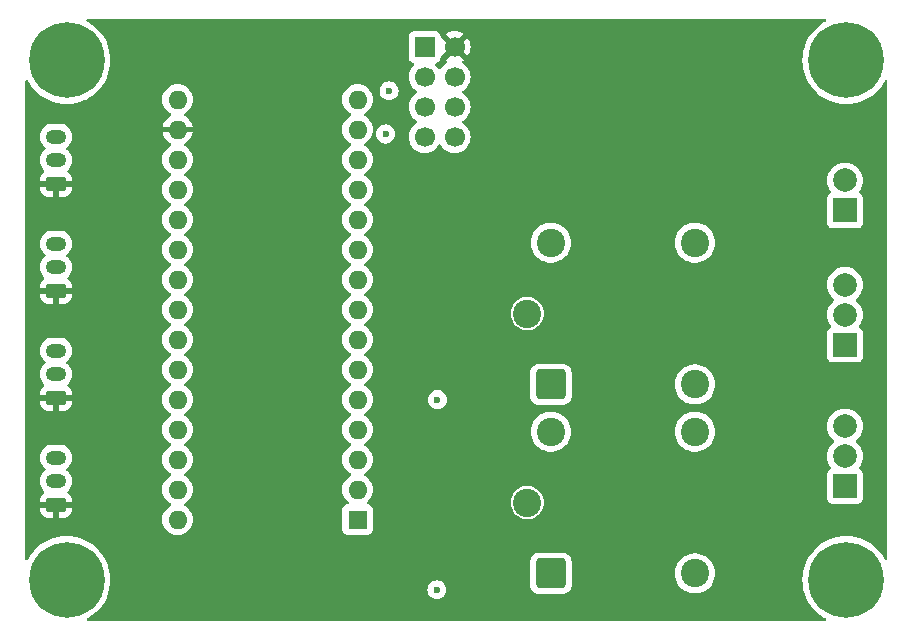
<source format=gbr>
%TF.GenerationSoftware,KiCad,Pcbnew,8.0.5*%
%TF.CreationDate,2025-02-12T03:45:18+07:00*%
%TF.ProjectId,SmartFarmMySensors_ArduinoNano,536d6172-7446-4617-926d-4d7953656e73,rev?*%
%TF.SameCoordinates,Original*%
%TF.FileFunction,Copper,L3,Inr*%
%TF.FilePolarity,Positive*%
%FSLAX46Y46*%
G04 Gerber Fmt 4.6, Leading zero omitted, Abs format (unit mm)*
G04 Created by KiCad (PCBNEW 8.0.5) date 2025-02-12 03:45:18*
%MOMM*%
%LPD*%
G01*
G04 APERTURE LIST*
G04 Aperture macros list*
%AMRoundRect*
0 Rectangle with rounded corners*
0 $1 Rounding radius*
0 $2 $3 $4 $5 $6 $7 $8 $9 X,Y pos of 4 corners*
0 Add a 4 corners polygon primitive as box body*
4,1,4,$2,$3,$4,$5,$6,$7,$8,$9,$2,$3,0*
0 Add four circle primitives for the rounded corners*
1,1,$1+$1,$2,$3*
1,1,$1+$1,$4,$5*
1,1,$1+$1,$6,$7*
1,1,$1+$1,$8,$9*
0 Add four rect primitives between the rounded corners*
20,1,$1+$1,$2,$3,$4,$5,0*
20,1,$1+$1,$4,$5,$6,$7,0*
20,1,$1+$1,$6,$7,$8,$9,0*
20,1,$1+$1,$8,$9,$2,$3,0*%
G04 Aperture macros list end*
%TA.AperFunction,ComponentPad*%
%ADD10R,1.700000X1.700000*%
%TD*%
%TA.AperFunction,ComponentPad*%
%ADD11C,1.700000*%
%TD*%
%TA.AperFunction,ComponentPad*%
%ADD12C,2.400000*%
%TD*%
%TA.AperFunction,ComponentPad*%
%ADD13RoundRect,0.250000X1.000000X-1.000000X1.000000X1.000000X-1.000000X1.000000X-1.000000X-1.000000X0*%
%TD*%
%TA.AperFunction,ComponentPad*%
%ADD14R,2.000000X2.000000*%
%TD*%
%TA.AperFunction,ComponentPad*%
%ADD15C,2.000000*%
%TD*%
%TA.AperFunction,ComponentPad*%
%ADD16RoundRect,0.250000X0.625000X-0.350000X0.625000X0.350000X-0.625000X0.350000X-0.625000X-0.350000X0*%
%TD*%
%TA.AperFunction,ComponentPad*%
%ADD17O,1.750000X1.200000*%
%TD*%
%TA.AperFunction,ComponentPad*%
%ADD18C,0.800000*%
%TD*%
%TA.AperFunction,ComponentPad*%
%ADD19C,6.400000*%
%TD*%
%TA.AperFunction,ComponentPad*%
%ADD20R,1.600000X1.600000*%
%TD*%
%TA.AperFunction,ComponentPad*%
%ADD21O,1.600000X1.600000*%
%TD*%
%TA.AperFunction,ViaPad*%
%ADD22C,0.600000*%
%TD*%
G04 APERTURE END LIST*
D10*
%TO.N,GND*%
%TO.C,U1*%
X143010500Y-50775000D03*
D11*
%TO.N,VCC*%
X145550500Y-50775000D03*
%TO.N,CE*%
X143010500Y-53315000D03*
%TO.N,CSN*%
X145550500Y-53315000D03*
%TO.N,SCK*%
X143010500Y-55855000D03*
%TO.N,MOSI*%
X145550500Y-55855000D03*
%TO.N,MISO*%
X143010500Y-58395000D03*
%TO.N,unconnected-(U1-IRQ-Pad8)*%
X145550500Y-58395000D03*
%TD*%
D12*
%TO.N,CO2*%
%TO.C,K2*%
X151700000Y-89350000D03*
%TO.N,NC2*%
X165900000Y-83350000D03*
%TO.N,NO2*%
X165900000Y-95350000D03*
D13*
%TO.N,Net-(D2-A)*%
X153700000Y-95350000D03*
D12*
%TO.N,+5V*%
X153700000Y-83350000D03*
%TD*%
%TO.N,CO1*%
%TO.C,K1*%
X151700000Y-73350000D03*
%TO.N,NC1*%
X165900000Y-67350000D03*
%TO.N,NO1*%
X165900000Y-79350000D03*
D13*
%TO.N,Net-(D1-A)*%
X153700000Y-79350000D03*
D12*
%TO.N,+5V*%
X153700000Y-67350000D03*
%TD*%
D14*
%TO.N,+5V*%
%TO.C,J7*%
X178600000Y-64625000D03*
D15*
%TO.N,GND*%
X178600000Y-62085000D03*
%TD*%
D14*
%TO.N,NO2*%
%TO.C,J6*%
X178600000Y-87980000D03*
D15*
%TO.N,CO2*%
X178600000Y-85440000D03*
%TO.N,NC2*%
X178600000Y-82900000D03*
%TD*%
D14*
%TO.N,NO1*%
%TO.C,J5*%
X178600000Y-75990000D03*
D15*
%TO.N,CO1*%
X178600000Y-73450000D03*
%TO.N,NC1*%
X178600000Y-70910000D03*
%TD*%
D16*
%TO.N,VCC*%
%TO.C,J4*%
X111800000Y-89540588D03*
D17*
%TO.N,Moisture 4*%
X111800000Y-87540588D03*
%TO.N,GND*%
X111800000Y-85540588D03*
%TD*%
D16*
%TO.N,VCC*%
%TO.C,J3*%
X111800000Y-80481177D03*
D17*
%TO.N,Moisture 3*%
X111800000Y-78481177D03*
%TO.N,GND*%
X111800000Y-76481177D03*
%TD*%
D16*
%TO.N,VCC*%
%TO.C,J2*%
X111800000Y-71421766D03*
D17*
%TO.N,Moisture 2*%
X111800000Y-69421766D03*
%TO.N,GND*%
X111800000Y-67421766D03*
%TD*%
D16*
%TO.N,VCC*%
%TO.C,J1*%
X111800000Y-62362355D03*
D17*
%TO.N,Moisture 1*%
X111800000Y-60362355D03*
%TO.N,GND*%
X111800000Y-58362355D03*
%TD*%
D18*
%TO.N,GND*%
%TO.C,H4*%
X176300000Y-51900000D03*
X177002944Y-50202944D03*
X177002944Y-53597056D03*
X178700000Y-49500000D03*
D19*
X178700000Y-51900000D03*
D18*
X178700000Y-54300000D03*
X180397056Y-50202944D03*
X180397056Y-53597056D03*
X181100000Y-51900000D03*
%TD*%
%TO.N,GND*%
%TO.C,H3*%
X176300000Y-95900000D03*
X177002944Y-94202944D03*
X177002944Y-97597056D03*
X178700000Y-93500000D03*
D19*
X178700000Y-95900000D03*
D18*
X178700000Y-98300000D03*
X180397056Y-94202944D03*
X180397056Y-97597056D03*
X181100000Y-95900000D03*
%TD*%
%TO.N,GND*%
%TO.C,H2*%
X110300000Y-95900000D03*
X111002944Y-94202944D03*
X111002944Y-97597056D03*
X112700000Y-93500000D03*
D19*
X112700000Y-95900000D03*
D18*
X112700000Y-98300000D03*
X114397056Y-94202944D03*
X114397056Y-97597056D03*
X115100000Y-95900000D03*
%TD*%
%TO.N,GND*%
%TO.C,H1*%
X110300000Y-51900000D03*
X111002944Y-50202944D03*
X111002944Y-53597056D03*
X112700000Y-49500000D03*
D19*
X112700000Y-51900000D03*
D18*
X112700000Y-54300000D03*
X114397056Y-50202944D03*
X114397056Y-53597056D03*
X115100000Y-51900000D03*
%TD*%
D20*
%TO.N,unconnected-(A1-D1{slash}TX-Pad1)*%
%TO.C,A1*%
X137338500Y-90790000D03*
D21*
%TO.N,unconnected-(A1-D0{slash}RX-Pad2)*%
X137338500Y-88250000D03*
%TO.N,unconnected-(A1-~{RESET}-Pad3)*%
X137338500Y-85710000D03*
%TO.N,GND*%
X137338500Y-83170000D03*
%TO.N,RY2*%
X137338500Y-80630000D03*
%TO.N,RY1*%
X137338500Y-78090000D03*
%TO.N,unconnected-(A1-D4-Pad7)*%
X137338500Y-75550000D03*
%TO.N,unconnected-(A1-D5-Pad8)*%
X137338500Y-73010000D03*
%TO.N,unconnected-(A1-D6-Pad9)*%
X137338500Y-70470000D03*
%TO.N,unconnected-(A1-D7-Pad10)*%
X137338500Y-67930000D03*
%TO.N,unconnected-(A1-D8-Pad11)*%
X137338500Y-65390000D03*
%TO.N,CE*%
X137338500Y-62850000D03*
%TO.N,CSN*%
X137338500Y-60310000D03*
%TO.N,MOSI*%
X137338500Y-57770000D03*
%TO.N,MISO*%
X137338500Y-55230000D03*
%TO.N,SCK*%
X122098500Y-55230000D03*
%TO.N,VCC*%
X122098500Y-57770000D03*
%TO.N,unconnected-(A1-AREF-Pad18)*%
X122098500Y-60310000D03*
%TO.N,Moisture 1*%
X122098500Y-62850000D03*
%TO.N,Moisture 2*%
X122098500Y-65390000D03*
%TO.N,Moisture 3*%
X122098500Y-67930000D03*
%TO.N,Moisture 4*%
X122098500Y-70470000D03*
%TO.N,unconnected-(A1-A4-Pad23)*%
X122098500Y-73010000D03*
%TO.N,unconnected-(A1-A5-Pad24)*%
X122098500Y-75550000D03*
%TO.N,unconnected-(A1-A6-Pad25)*%
X122098500Y-78090000D03*
%TO.N,unconnected-(A1-A7-Pad26)*%
X122098500Y-80630000D03*
%TO.N,unconnected-(A1-+5V-Pad27)*%
X122098500Y-83170000D03*
%TO.N,unconnected-(A1-~{RESET}-Pad28)*%
X122098500Y-85710000D03*
%TO.N,GND*%
X122098500Y-88250000D03*
%TO.N,unconnected-(A1-VIN-Pad30)*%
X122098500Y-90790000D03*
%TD*%
D22*
%TO.N,GND*%
X140000000Y-54500000D03*
X139700000Y-58150000D03*
X144100000Y-80650000D03*
X144050000Y-96750000D03*
%TD*%
%TA.AperFunction,Conductor*%
%TO.N,VCC*%
G36*
X145084575Y-50967993D02*
G01*
X145150401Y-51082007D01*
X145243493Y-51175099D01*
X145357507Y-51240925D01*
X145421090Y-51257962D01*
X144789125Y-51889925D01*
X144865094Y-51943119D01*
X144908719Y-51997696D01*
X144915913Y-52067194D01*
X144884390Y-52129549D01*
X144865095Y-52146269D01*
X144679094Y-52276508D01*
X144512005Y-52443597D01*
X144382075Y-52629158D01*
X144327498Y-52672783D01*
X144258000Y-52679977D01*
X144195645Y-52648454D01*
X144178925Y-52629158D01*
X144048996Y-52443600D01*
X144048993Y-52443597D01*
X143927067Y-52321671D01*
X143893584Y-52260351D01*
X143898568Y-52190659D01*
X143940439Y-52134725D01*
X143971415Y-52117810D01*
X144102831Y-52068796D01*
X144218046Y-51982546D01*
X144304296Y-51867331D01*
X144354591Y-51732483D01*
X144361000Y-51672873D01*
X144360999Y-51662314D01*
X144380679Y-51595277D01*
X144397318Y-51574628D01*
X145067537Y-50904409D01*
X145084575Y-50967993D01*
G37*
%TD.AperFunction*%
%TA.AperFunction,Conductor*%
G36*
X176967646Y-48420185D02*
G01*
X177013401Y-48472989D01*
X177023345Y-48542147D01*
X176994320Y-48605703D01*
X176956902Y-48634985D01*
X176847206Y-48690877D01*
X176521917Y-48902122D01*
X176220488Y-49146215D01*
X176220480Y-49146222D01*
X175946222Y-49420480D01*
X175946215Y-49420488D01*
X175702122Y-49721917D01*
X175490877Y-50047206D01*
X175314787Y-50392802D01*
X175175788Y-50754905D01*
X175075397Y-51129570D01*
X175075397Y-51129572D01*
X175014722Y-51512660D01*
X174994422Y-51899999D01*
X174994422Y-51900000D01*
X175014722Y-52287339D01*
X175070130Y-52637171D01*
X175075398Y-52670433D01*
X175123870Y-52851335D01*
X175175788Y-53045094D01*
X175314787Y-53407197D01*
X175490877Y-53752793D01*
X175702122Y-54078082D01*
X175789833Y-54186396D01*
X175946219Y-54379516D01*
X176220484Y-54653781D01*
X176260981Y-54686575D01*
X176521917Y-54897877D01*
X176847206Y-55109122D01*
X176847211Y-55109125D01*
X177192806Y-55285214D01*
X177554913Y-55424214D01*
X177929567Y-55524602D01*
X178312662Y-55585278D01*
X178678576Y-55604455D01*
X178699999Y-55605578D01*
X178700000Y-55605578D01*
X178700001Y-55605578D01*
X178720301Y-55604514D01*
X179087338Y-55585278D01*
X179470433Y-55524602D01*
X179845087Y-55424214D01*
X180207194Y-55285214D01*
X180552789Y-55109125D01*
X180878084Y-54897876D01*
X181179516Y-54653781D01*
X181453781Y-54379516D01*
X181697876Y-54078084D01*
X181909125Y-53752789D01*
X181965015Y-53643097D01*
X182012989Y-53592302D01*
X182080810Y-53575507D01*
X182146945Y-53598044D01*
X182190397Y-53652759D01*
X182199500Y-53699393D01*
X182199500Y-94100606D01*
X182179815Y-94167645D01*
X182127011Y-94213400D01*
X182057853Y-94223344D01*
X181994297Y-94194319D01*
X181965015Y-94156901D01*
X181909122Y-94047206D01*
X181697877Y-93721917D01*
X181453784Y-93420488D01*
X181453781Y-93420484D01*
X181179516Y-93146219D01*
X180878084Y-92902124D01*
X180878082Y-92902122D01*
X180552793Y-92690877D01*
X180207197Y-92514787D01*
X179845094Y-92375788D01*
X179845087Y-92375786D01*
X179470433Y-92275398D01*
X179470429Y-92275397D01*
X179470428Y-92275397D01*
X179087339Y-92214722D01*
X178700001Y-92194422D01*
X178699999Y-92194422D01*
X178312660Y-92214722D01*
X177929572Y-92275397D01*
X177929570Y-92275397D01*
X177554905Y-92375788D01*
X177192802Y-92514787D01*
X176847206Y-92690877D01*
X176521917Y-92902122D01*
X176220488Y-93146215D01*
X176220480Y-93146222D01*
X175946222Y-93420480D01*
X175946215Y-93420488D01*
X175702122Y-93721917D01*
X175490877Y-94047206D01*
X175314787Y-94392802D01*
X175175788Y-94754905D01*
X175075397Y-95129570D01*
X175075397Y-95129572D01*
X175014722Y-95512660D01*
X174994422Y-95899999D01*
X174994422Y-95900000D01*
X175014722Y-96287339D01*
X175049969Y-96509878D01*
X175075398Y-96670433D01*
X175146928Y-96937389D01*
X175175788Y-97045094D01*
X175314787Y-97407197D01*
X175490877Y-97752793D01*
X175702122Y-98078082D01*
X175702124Y-98078084D01*
X175946219Y-98379516D01*
X176220484Y-98653781D01*
X176220488Y-98653784D01*
X176521917Y-98897877D01*
X176847206Y-99109122D01*
X176847211Y-99109125D01*
X176956902Y-99165015D01*
X177007698Y-99212989D01*
X177024493Y-99280810D01*
X177001956Y-99346945D01*
X176947241Y-99390397D01*
X176900607Y-99399500D01*
X114499393Y-99399500D01*
X114432354Y-99379815D01*
X114386599Y-99327011D01*
X114376655Y-99257853D01*
X114405680Y-99194297D01*
X114443098Y-99165015D01*
X114552789Y-99109125D01*
X114878084Y-98897876D01*
X115179516Y-98653781D01*
X115453781Y-98379516D01*
X115697876Y-98078084D01*
X115909125Y-97752789D01*
X116085214Y-97407194D01*
X116224214Y-97045087D01*
X116303283Y-96749996D01*
X143244435Y-96749996D01*
X143244435Y-96750003D01*
X143264630Y-96929249D01*
X143264631Y-96929254D01*
X143324211Y-97099523D01*
X143420184Y-97252262D01*
X143547738Y-97379816D01*
X143700478Y-97475789D01*
X143870745Y-97535368D01*
X143870750Y-97535369D01*
X144049996Y-97555565D01*
X144050000Y-97555565D01*
X144050004Y-97555565D01*
X144229249Y-97535369D01*
X144229252Y-97535368D01*
X144229255Y-97535368D01*
X144399522Y-97475789D01*
X144552262Y-97379816D01*
X144679816Y-97252262D01*
X144775789Y-97099522D01*
X144835368Y-96929255D01*
X144835369Y-96929249D01*
X144855565Y-96750003D01*
X144855565Y-96749996D01*
X144835369Y-96570750D01*
X144835368Y-96570745D01*
X144811592Y-96502797D01*
X144775789Y-96400478D01*
X144775494Y-96400009D01*
X144679815Y-96247737D01*
X144552262Y-96120184D01*
X144399523Y-96024211D01*
X144229254Y-95964631D01*
X144229249Y-95964630D01*
X144050004Y-95944435D01*
X144049996Y-95944435D01*
X143870750Y-95964630D01*
X143870745Y-95964631D01*
X143700476Y-96024211D01*
X143547737Y-96120184D01*
X143420184Y-96247737D01*
X143324211Y-96400476D01*
X143264631Y-96570745D01*
X143264630Y-96570750D01*
X143244435Y-96749996D01*
X116303283Y-96749996D01*
X116324602Y-96670433D01*
X116385278Y-96287338D01*
X116405578Y-95900000D01*
X116385278Y-95512662D01*
X116324602Y-95129567D01*
X116224214Y-94754913D01*
X116085214Y-94392806D01*
X116037918Y-94299983D01*
X151949500Y-94299983D01*
X151949500Y-96400001D01*
X151949501Y-96400018D01*
X151960000Y-96502796D01*
X151960001Y-96502799D01*
X151982518Y-96570750D01*
X152015186Y-96669334D01*
X152107288Y-96818656D01*
X152231344Y-96942712D01*
X152380666Y-97034814D01*
X152547203Y-97089999D01*
X152649991Y-97100500D01*
X154750008Y-97100499D01*
X154759563Y-97099523D01*
X154767895Y-97098671D01*
X154852797Y-97089999D01*
X155019334Y-97034814D01*
X155168656Y-96942712D01*
X155292712Y-96818656D01*
X155384814Y-96669334D01*
X155439999Y-96502797D01*
X155450500Y-96400009D01*
X155450499Y-95349995D01*
X164194732Y-95349995D01*
X164194732Y-95350004D01*
X164213777Y-95604154D01*
X164266262Y-95834108D01*
X164270492Y-95852637D01*
X164363607Y-96089888D01*
X164491041Y-96310612D01*
X164649950Y-96509877D01*
X164836783Y-96683232D01*
X165047366Y-96826805D01*
X165047371Y-96826807D01*
X165047372Y-96826808D01*
X165047373Y-96826809D01*
X165147475Y-96875015D01*
X165276992Y-96937387D01*
X165276993Y-96937387D01*
X165276996Y-96937389D01*
X165520542Y-97012513D01*
X165772565Y-97050500D01*
X166027435Y-97050500D01*
X166279458Y-97012513D01*
X166523004Y-96937389D01*
X166752634Y-96826805D01*
X166963217Y-96683232D01*
X167150050Y-96509877D01*
X167308959Y-96310612D01*
X167436393Y-96089888D01*
X167529508Y-95852637D01*
X167586222Y-95604157D01*
X167605268Y-95350000D01*
X167586222Y-95095843D01*
X167529508Y-94847363D01*
X167436393Y-94610112D01*
X167308959Y-94389388D01*
X167150050Y-94190123D01*
X166963217Y-94016768D01*
X166752634Y-93873195D01*
X166752630Y-93873193D01*
X166752627Y-93873191D01*
X166752626Y-93873190D01*
X166523006Y-93762612D01*
X166523008Y-93762612D01*
X166279466Y-93687489D01*
X166279462Y-93687488D01*
X166279458Y-93687487D01*
X166158231Y-93669214D01*
X166027440Y-93649500D01*
X166027435Y-93649500D01*
X165772565Y-93649500D01*
X165772559Y-93649500D01*
X165615609Y-93673157D01*
X165520542Y-93687487D01*
X165520539Y-93687488D01*
X165520533Y-93687489D01*
X165276992Y-93762612D01*
X165047373Y-93873190D01*
X165047372Y-93873191D01*
X164836782Y-94016768D01*
X164649952Y-94190121D01*
X164649950Y-94190123D01*
X164491041Y-94389388D01*
X164363608Y-94610109D01*
X164270492Y-94847362D01*
X164270490Y-94847369D01*
X164213777Y-95095845D01*
X164194732Y-95349995D01*
X155450499Y-95349995D01*
X155450499Y-94299992D01*
X155439999Y-94197203D01*
X155384814Y-94030666D01*
X155292712Y-93881344D01*
X155168656Y-93757288D01*
X155019334Y-93665186D01*
X154852797Y-93610001D01*
X154852795Y-93610000D01*
X154750010Y-93599500D01*
X152649998Y-93599500D01*
X152649981Y-93599501D01*
X152547203Y-93610000D01*
X152547200Y-93610001D01*
X152380668Y-93665185D01*
X152380663Y-93665187D01*
X152231342Y-93757289D01*
X152107289Y-93881342D01*
X152015187Y-94030663D01*
X152015185Y-94030668D01*
X151992010Y-94100606D01*
X151960001Y-94197203D01*
X151960001Y-94197204D01*
X151960000Y-94197204D01*
X151949500Y-94299983D01*
X116037918Y-94299983D01*
X115909125Y-94047211D01*
X115801410Y-93881344D01*
X115697877Y-93721917D01*
X115453784Y-93420488D01*
X115453781Y-93420484D01*
X115179516Y-93146219D01*
X114878084Y-92902124D01*
X114878082Y-92902122D01*
X114552793Y-92690877D01*
X114207197Y-92514787D01*
X113845094Y-92375788D01*
X113845087Y-92375786D01*
X113470433Y-92275398D01*
X113470429Y-92275397D01*
X113470428Y-92275397D01*
X113087339Y-92214722D01*
X112700001Y-92194422D01*
X112699999Y-92194422D01*
X112312660Y-92214722D01*
X111929572Y-92275397D01*
X111929570Y-92275397D01*
X111554905Y-92375788D01*
X111192802Y-92514787D01*
X110847206Y-92690877D01*
X110521917Y-92902122D01*
X110220488Y-93146215D01*
X110220480Y-93146222D01*
X109946222Y-93420480D01*
X109946215Y-93420488D01*
X109702122Y-93721917D01*
X109490877Y-94047206D01*
X109434985Y-94156901D01*
X109387010Y-94207697D01*
X109319189Y-94224492D01*
X109253054Y-94201955D01*
X109209603Y-94147240D01*
X109200500Y-94100606D01*
X109200500Y-85453977D01*
X110424500Y-85453977D01*
X110424500Y-85627198D01*
X110437614Y-85710001D01*
X110451598Y-85798289D01*
X110505127Y-85963033D01*
X110583768Y-86117376D01*
X110685586Y-86257516D01*
X110808072Y-86380002D01*
X110808078Y-86380006D01*
X110891023Y-86440271D01*
X110933689Y-86495601D01*
X110939667Y-86565214D01*
X110907061Y-86627009D01*
X110891023Y-86640905D01*
X110808078Y-86701169D01*
X110808069Y-86701176D01*
X110685588Y-86823657D01*
X110685588Y-86823658D01*
X110685586Y-86823660D01*
X110653649Y-86867618D01*
X110583768Y-86963799D01*
X110505128Y-87118140D01*
X110451597Y-87282890D01*
X110431329Y-87410858D01*
X110424500Y-87453977D01*
X110424500Y-87627199D01*
X110451598Y-87798289D01*
X110505127Y-87963033D01*
X110583768Y-88117376D01*
X110685586Y-88257516D01*
X110685588Y-88257518D01*
X110793491Y-88365421D01*
X110826976Y-88426744D01*
X110821992Y-88496436D01*
X110780120Y-88552369D01*
X110770907Y-88558641D01*
X110706654Y-88598272D01*
X110582684Y-88722242D01*
X110490643Y-88871463D01*
X110490641Y-88871468D01*
X110435494Y-89037890D01*
X110435493Y-89037897D01*
X110425000Y-89140601D01*
X110425000Y-89290588D01*
X111519670Y-89290588D01*
X111499925Y-89310333D01*
X111450556Y-89395843D01*
X111425000Y-89491218D01*
X111425000Y-89589958D01*
X111450556Y-89685333D01*
X111499925Y-89770843D01*
X111519670Y-89790588D01*
X110425001Y-89790588D01*
X110425001Y-89940574D01*
X110435494Y-90043285D01*
X110490641Y-90209707D01*
X110490643Y-90209712D01*
X110582684Y-90358933D01*
X110706654Y-90482903D01*
X110855875Y-90574944D01*
X110855880Y-90574946D01*
X111022302Y-90630093D01*
X111022309Y-90630094D01*
X111125019Y-90640587D01*
X111549999Y-90640587D01*
X111550000Y-90640586D01*
X111550000Y-89820918D01*
X111569745Y-89840663D01*
X111655255Y-89890032D01*
X111750630Y-89915588D01*
X111849370Y-89915588D01*
X111944745Y-89890032D01*
X112030255Y-89840663D01*
X112050000Y-89820918D01*
X112050000Y-90640587D01*
X112474972Y-90640587D01*
X112474986Y-90640586D01*
X112577697Y-90630093D01*
X112744119Y-90574946D01*
X112744124Y-90574944D01*
X112893345Y-90482903D01*
X113017315Y-90358933D01*
X113109356Y-90209712D01*
X113109358Y-90209707D01*
X113164505Y-90043285D01*
X113164506Y-90043278D01*
X113174999Y-89940574D01*
X113175000Y-89940561D01*
X113175000Y-89790588D01*
X112080330Y-89790588D01*
X112100075Y-89770843D01*
X112149444Y-89685333D01*
X112175000Y-89589958D01*
X112175000Y-89491218D01*
X112149444Y-89395843D01*
X112100075Y-89310333D01*
X112080330Y-89290588D01*
X113174999Y-89290588D01*
X113174999Y-89140616D01*
X113174998Y-89140601D01*
X113164505Y-89037890D01*
X113109358Y-88871468D01*
X113109356Y-88871463D01*
X113017315Y-88722242D01*
X112893343Y-88598270D01*
X112829093Y-88558641D01*
X112782368Y-88506693D01*
X112771145Y-88437731D01*
X112798988Y-88373649D01*
X112806486Y-88365443D01*
X112914414Y-88257516D01*
X113016232Y-88117376D01*
X113094873Y-87963033D01*
X113148402Y-87798289D01*
X113175500Y-87627199D01*
X113175500Y-87453977D01*
X113148402Y-87282887D01*
X113094873Y-87118143D01*
X113016232Y-86963800D01*
X112914414Y-86823660D01*
X112791928Y-86701174D01*
X112708975Y-86640905D01*
X112666311Y-86585576D01*
X112660332Y-86515962D01*
X112692938Y-86454167D01*
X112708976Y-86440270D01*
X112791928Y-86380002D01*
X112914414Y-86257516D01*
X113016232Y-86117376D01*
X113094873Y-85963033D01*
X113148402Y-85798289D01*
X113175500Y-85627199D01*
X113175500Y-85453977D01*
X113148402Y-85282887D01*
X113094873Y-85118143D01*
X113016232Y-84963800D01*
X112914414Y-84823660D01*
X112791928Y-84701174D01*
X112651788Y-84599356D01*
X112497445Y-84520715D01*
X112332701Y-84467186D01*
X112332699Y-84467185D01*
X112332698Y-84467185D01*
X112201271Y-84446369D01*
X112161611Y-84440088D01*
X111438389Y-84440088D01*
X111398728Y-84446369D01*
X111267302Y-84467185D01*
X111102552Y-84520716D01*
X110948211Y-84599356D01*
X110868256Y-84657447D01*
X110808072Y-84701174D01*
X110808070Y-84701176D01*
X110808069Y-84701176D01*
X110685588Y-84823657D01*
X110685588Y-84823658D01*
X110685586Y-84823660D01*
X110651295Y-84870858D01*
X110583768Y-84963799D01*
X110505128Y-85118140D01*
X110451597Y-85282890D01*
X110424500Y-85453977D01*
X109200500Y-85453977D01*
X109200500Y-76394566D01*
X110424500Y-76394566D01*
X110424500Y-76567787D01*
X110442362Y-76680568D01*
X110451598Y-76738878D01*
X110505127Y-76903622D01*
X110583768Y-77057965D01*
X110685586Y-77198105D01*
X110808072Y-77320591D01*
X110808078Y-77320595D01*
X110891023Y-77380860D01*
X110933689Y-77436190D01*
X110939667Y-77505803D01*
X110907061Y-77567598D01*
X110891023Y-77581494D01*
X110808078Y-77641758D01*
X110808069Y-77641765D01*
X110685588Y-77764246D01*
X110685588Y-77764247D01*
X110685586Y-77764249D01*
X110641859Y-77824433D01*
X110583768Y-77904388D01*
X110505128Y-78058729D01*
X110451597Y-78223479D01*
X110439481Y-78299981D01*
X110424500Y-78394566D01*
X110424500Y-78567788D01*
X110451598Y-78738878D01*
X110505127Y-78903622D01*
X110583768Y-79057965D01*
X110685586Y-79198105D01*
X110685588Y-79198107D01*
X110793491Y-79306010D01*
X110826976Y-79367333D01*
X110821992Y-79437025D01*
X110780120Y-79492958D01*
X110770907Y-79499230D01*
X110706654Y-79538861D01*
X110582684Y-79662831D01*
X110490643Y-79812052D01*
X110490641Y-79812057D01*
X110435494Y-79978479D01*
X110435493Y-79978486D01*
X110425000Y-80081190D01*
X110425000Y-80231177D01*
X111519670Y-80231177D01*
X111499925Y-80250922D01*
X111450556Y-80336432D01*
X111425000Y-80431807D01*
X111425000Y-80530547D01*
X111450556Y-80625922D01*
X111499925Y-80711432D01*
X111519670Y-80731177D01*
X110425001Y-80731177D01*
X110425001Y-80881163D01*
X110435494Y-80983874D01*
X110490641Y-81150296D01*
X110490643Y-81150301D01*
X110582684Y-81299522D01*
X110706654Y-81423492D01*
X110855875Y-81515533D01*
X110855880Y-81515535D01*
X111022302Y-81570682D01*
X111022309Y-81570683D01*
X111125019Y-81581176D01*
X111549999Y-81581176D01*
X111550000Y-81581175D01*
X111550000Y-80761507D01*
X111569745Y-80781252D01*
X111655255Y-80830621D01*
X111750630Y-80856177D01*
X111849370Y-80856177D01*
X111944745Y-80830621D01*
X112030255Y-80781252D01*
X112050000Y-80761507D01*
X112050000Y-81581176D01*
X112474972Y-81581176D01*
X112474986Y-81581175D01*
X112577697Y-81570682D01*
X112744119Y-81515535D01*
X112744124Y-81515533D01*
X112893345Y-81423492D01*
X113017315Y-81299522D01*
X113109356Y-81150301D01*
X113109358Y-81150296D01*
X113164505Y-80983874D01*
X113164506Y-80983867D01*
X113174999Y-80881163D01*
X113175000Y-80881150D01*
X113175000Y-80731177D01*
X112080330Y-80731177D01*
X112100075Y-80711432D01*
X112149444Y-80625922D01*
X112175000Y-80530547D01*
X112175000Y-80431807D01*
X112149444Y-80336432D01*
X112100075Y-80250922D01*
X112080330Y-80231177D01*
X113174999Y-80231177D01*
X113174999Y-80081205D01*
X113174998Y-80081190D01*
X113164505Y-79978479D01*
X113109358Y-79812057D01*
X113109356Y-79812052D01*
X113017315Y-79662831D01*
X112893343Y-79538859D01*
X112829093Y-79499230D01*
X112782368Y-79447282D01*
X112771145Y-79378320D01*
X112798988Y-79314238D01*
X112806486Y-79306032D01*
X112914414Y-79198105D01*
X113016232Y-79057965D01*
X113094873Y-78903622D01*
X113148402Y-78738878D01*
X113175500Y-78567788D01*
X113175500Y-78394566D01*
X113148402Y-78223476D01*
X113094873Y-78058732D01*
X113016232Y-77904389D01*
X112914414Y-77764249D01*
X112791928Y-77641763D01*
X112708975Y-77581494D01*
X112666311Y-77526165D01*
X112660332Y-77456551D01*
X112692938Y-77394756D01*
X112708976Y-77380859D01*
X112791928Y-77320591D01*
X112914414Y-77198105D01*
X113016232Y-77057965D01*
X113094873Y-76903622D01*
X113148402Y-76738878D01*
X113175500Y-76567788D01*
X113175500Y-76394566D01*
X113148402Y-76223476D01*
X113094873Y-76058732D01*
X113016232Y-75904389D01*
X112914414Y-75764249D01*
X112791928Y-75641763D01*
X112651788Y-75539945D01*
X112497445Y-75461304D01*
X112332701Y-75407775D01*
X112332699Y-75407774D01*
X112332698Y-75407774D01*
X112201271Y-75386958D01*
X112161611Y-75380677D01*
X111438389Y-75380677D01*
X111398728Y-75386958D01*
X111267302Y-75407774D01*
X111102552Y-75461305D01*
X110948211Y-75539945D01*
X110868256Y-75598036D01*
X110808072Y-75641763D01*
X110808070Y-75641765D01*
X110808069Y-75641765D01*
X110685588Y-75764246D01*
X110685588Y-75764247D01*
X110685586Y-75764249D01*
X110676550Y-75776686D01*
X110583768Y-75904388D01*
X110505128Y-76058729D01*
X110451597Y-76223479D01*
X110424500Y-76394566D01*
X109200500Y-76394566D01*
X109200500Y-67335155D01*
X110424500Y-67335155D01*
X110424500Y-67508376D01*
X110439669Y-67604154D01*
X110451598Y-67679467D01*
X110505127Y-67844211D01*
X110583768Y-67998554D01*
X110685586Y-68138694D01*
X110808072Y-68261180D01*
X110808078Y-68261184D01*
X110891023Y-68321449D01*
X110933689Y-68376779D01*
X110939667Y-68446392D01*
X110907061Y-68508187D01*
X110891023Y-68522083D01*
X110808078Y-68582347D01*
X110808069Y-68582354D01*
X110685588Y-68704835D01*
X110685588Y-68704836D01*
X110685586Y-68704838D01*
X110641859Y-68765022D01*
X110583768Y-68844977D01*
X110505128Y-68999318D01*
X110451597Y-69164068D01*
X110424500Y-69335155D01*
X110424500Y-69508376D01*
X110443899Y-69630861D01*
X110451598Y-69679467D01*
X110505127Y-69844211D01*
X110583768Y-69998554D01*
X110685586Y-70138694D01*
X110685588Y-70138696D01*
X110793491Y-70246599D01*
X110826976Y-70307922D01*
X110821992Y-70377614D01*
X110780120Y-70433547D01*
X110770907Y-70439819D01*
X110706654Y-70479450D01*
X110582684Y-70603420D01*
X110490643Y-70752641D01*
X110490641Y-70752646D01*
X110435494Y-70919068D01*
X110435493Y-70919075D01*
X110425000Y-71021779D01*
X110425000Y-71171766D01*
X111519670Y-71171766D01*
X111499925Y-71191511D01*
X111450556Y-71277021D01*
X111425000Y-71372396D01*
X111425000Y-71471136D01*
X111450556Y-71566511D01*
X111499925Y-71652021D01*
X111519670Y-71671766D01*
X110425001Y-71671766D01*
X110425001Y-71821752D01*
X110435494Y-71924463D01*
X110490641Y-72090885D01*
X110490643Y-72090890D01*
X110582684Y-72240111D01*
X110706654Y-72364081D01*
X110855875Y-72456122D01*
X110855880Y-72456124D01*
X111022302Y-72511271D01*
X111022309Y-72511272D01*
X111125019Y-72521765D01*
X111549999Y-72521765D01*
X111550000Y-72521764D01*
X111550000Y-71702096D01*
X111569745Y-71721841D01*
X111655255Y-71771210D01*
X111750630Y-71796766D01*
X111849370Y-71796766D01*
X111944745Y-71771210D01*
X112030255Y-71721841D01*
X112050000Y-71702096D01*
X112050000Y-72521765D01*
X112474972Y-72521765D01*
X112474986Y-72521764D01*
X112577697Y-72511271D01*
X112744119Y-72456124D01*
X112744124Y-72456122D01*
X112893345Y-72364081D01*
X113017315Y-72240111D01*
X113109356Y-72090890D01*
X113109358Y-72090885D01*
X113164505Y-71924463D01*
X113164506Y-71924456D01*
X113174999Y-71821752D01*
X113175000Y-71821739D01*
X113175000Y-71671766D01*
X112080330Y-71671766D01*
X112100075Y-71652021D01*
X112149444Y-71566511D01*
X112175000Y-71471136D01*
X112175000Y-71372396D01*
X112149444Y-71277021D01*
X112100075Y-71191511D01*
X112080330Y-71171766D01*
X113174999Y-71171766D01*
X113174999Y-71021794D01*
X113174998Y-71021779D01*
X113164505Y-70919068D01*
X113109358Y-70752646D01*
X113109356Y-70752641D01*
X113017315Y-70603420D01*
X112893343Y-70479448D01*
X112829093Y-70439819D01*
X112782368Y-70387871D01*
X112771145Y-70318909D01*
X112798988Y-70254827D01*
X112806486Y-70246621D01*
X112914414Y-70138694D01*
X113016232Y-69998554D01*
X113094873Y-69844211D01*
X113148402Y-69679467D01*
X113175500Y-69508377D01*
X113175500Y-69335155D01*
X113148402Y-69164065D01*
X113094873Y-68999321D01*
X113016232Y-68844978D01*
X112914414Y-68704838D01*
X112791928Y-68582352D01*
X112708975Y-68522083D01*
X112666311Y-68466754D01*
X112660332Y-68397140D01*
X112692938Y-68335345D01*
X112708976Y-68321448D01*
X112791928Y-68261180D01*
X112914414Y-68138694D01*
X113016232Y-67998554D01*
X113094873Y-67844211D01*
X113148402Y-67679467D01*
X113175500Y-67508377D01*
X113175500Y-67335155D01*
X113148402Y-67164065D01*
X113094873Y-66999321D01*
X113016232Y-66844978D01*
X112914414Y-66704838D01*
X112791928Y-66582352D01*
X112651788Y-66480534D01*
X112497445Y-66401893D01*
X112332701Y-66348364D01*
X112332699Y-66348363D01*
X112332698Y-66348363D01*
X112201271Y-66327547D01*
X112161611Y-66321266D01*
X111438389Y-66321266D01*
X111398728Y-66327547D01*
X111267302Y-66348363D01*
X111102552Y-66401894D01*
X110948211Y-66480534D01*
X110893111Y-66520567D01*
X110808072Y-66582352D01*
X110808070Y-66582354D01*
X110808069Y-66582354D01*
X110685588Y-66704835D01*
X110685588Y-66704836D01*
X110685586Y-66704838D01*
X110668856Y-66727865D01*
X110583768Y-66844977D01*
X110505128Y-66999318D01*
X110451597Y-67164068D01*
X110424500Y-67335155D01*
X109200500Y-67335155D01*
X109200500Y-58275744D01*
X110424500Y-58275744D01*
X110424500Y-58448966D01*
X110451598Y-58620056D01*
X110505127Y-58784800D01*
X110583768Y-58939143D01*
X110685586Y-59079283D01*
X110808072Y-59201769D01*
X110808078Y-59201773D01*
X110891023Y-59262038D01*
X110933689Y-59317368D01*
X110939667Y-59386981D01*
X110907061Y-59448776D01*
X110891023Y-59462672D01*
X110808078Y-59522936D01*
X110808069Y-59522943D01*
X110685588Y-59645424D01*
X110685588Y-59645425D01*
X110685586Y-59645427D01*
X110641859Y-59705611D01*
X110583768Y-59785566D01*
X110505128Y-59939907D01*
X110451597Y-60104657D01*
X110424500Y-60275744D01*
X110424500Y-60448966D01*
X110451598Y-60620056D01*
X110505127Y-60784800D01*
X110583768Y-60939143D01*
X110685586Y-61079283D01*
X110685588Y-61079285D01*
X110793491Y-61187188D01*
X110826976Y-61248511D01*
X110821992Y-61318203D01*
X110780120Y-61374136D01*
X110770907Y-61380408D01*
X110706654Y-61420039D01*
X110582684Y-61544009D01*
X110490643Y-61693230D01*
X110490641Y-61693235D01*
X110435494Y-61859657D01*
X110435493Y-61859664D01*
X110425000Y-61962368D01*
X110425000Y-62112355D01*
X111519670Y-62112355D01*
X111499925Y-62132100D01*
X111450556Y-62217610D01*
X111425000Y-62312985D01*
X111425000Y-62411725D01*
X111450556Y-62507100D01*
X111499925Y-62592610D01*
X111519670Y-62612355D01*
X110425001Y-62612355D01*
X110425001Y-62762341D01*
X110435494Y-62865052D01*
X110490641Y-63031474D01*
X110490643Y-63031479D01*
X110582684Y-63180700D01*
X110706654Y-63304670D01*
X110855875Y-63396711D01*
X110855880Y-63396713D01*
X111022302Y-63451860D01*
X111022309Y-63451861D01*
X111125019Y-63462354D01*
X111549999Y-63462354D01*
X111550000Y-63462353D01*
X111550000Y-62642685D01*
X111569745Y-62662430D01*
X111655255Y-62711799D01*
X111750630Y-62737355D01*
X111849370Y-62737355D01*
X111944745Y-62711799D01*
X112030255Y-62662430D01*
X112050000Y-62642685D01*
X112050000Y-63462354D01*
X112474972Y-63462354D01*
X112474986Y-63462353D01*
X112577697Y-63451860D01*
X112744119Y-63396713D01*
X112744124Y-63396711D01*
X112893345Y-63304670D01*
X113017315Y-63180700D01*
X113109356Y-63031479D01*
X113109358Y-63031474D01*
X113164505Y-62865052D01*
X113164506Y-62865045D01*
X113174999Y-62762341D01*
X113175000Y-62762328D01*
X113175000Y-62612355D01*
X112080330Y-62612355D01*
X112100075Y-62592610D01*
X112149444Y-62507100D01*
X112175000Y-62411725D01*
X112175000Y-62312985D01*
X112149444Y-62217610D01*
X112100075Y-62132100D01*
X112080330Y-62112355D01*
X113174999Y-62112355D01*
X113174999Y-61962383D01*
X113174998Y-61962368D01*
X113164505Y-61859657D01*
X113109358Y-61693235D01*
X113109356Y-61693230D01*
X113017315Y-61544009D01*
X112893343Y-61420037D01*
X112829093Y-61380408D01*
X112782368Y-61328460D01*
X112771145Y-61259498D01*
X112798988Y-61195416D01*
X112806486Y-61187210D01*
X112914414Y-61079283D01*
X113016232Y-60939143D01*
X113094873Y-60784800D01*
X113148402Y-60620056D01*
X113175500Y-60448966D01*
X113175500Y-60275744D01*
X113148402Y-60104654D01*
X113094873Y-59939910D01*
X113016232Y-59785567D01*
X112914414Y-59645427D01*
X112791928Y-59522941D01*
X112708975Y-59462672D01*
X112666311Y-59407343D01*
X112660332Y-59337729D01*
X112692938Y-59275934D01*
X112708976Y-59262037D01*
X112791928Y-59201769D01*
X112914414Y-59079283D01*
X113016232Y-58939143D01*
X113094873Y-58784800D01*
X113148402Y-58620056D01*
X113175500Y-58448966D01*
X113175500Y-58275744D01*
X113148402Y-58104654D01*
X113094873Y-57939910D01*
X113016232Y-57785567D01*
X112914414Y-57645427D01*
X112791928Y-57522941D01*
X112651788Y-57421123D01*
X112497445Y-57342482D01*
X112332701Y-57288953D01*
X112332699Y-57288952D01*
X112332698Y-57288952D01*
X112201271Y-57268136D01*
X112161611Y-57261855D01*
X111438389Y-57261855D01*
X111398728Y-57268136D01*
X111267302Y-57288952D01*
X111102552Y-57342483D01*
X110948211Y-57421123D01*
X110890583Y-57462993D01*
X110808072Y-57522941D01*
X110808070Y-57522943D01*
X110808069Y-57522943D01*
X110685588Y-57645424D01*
X110685588Y-57645425D01*
X110685586Y-57645427D01*
X110683908Y-57647737D01*
X110583768Y-57785566D01*
X110505128Y-57939907D01*
X110451597Y-58104657D01*
X110433912Y-58216317D01*
X110424500Y-58275744D01*
X109200500Y-58275744D01*
X109200500Y-53699393D01*
X109220185Y-53632354D01*
X109272989Y-53586599D01*
X109342147Y-53576655D01*
X109405703Y-53605680D01*
X109434984Y-53643097D01*
X109471432Y-53714630D01*
X109490877Y-53752793D01*
X109702122Y-54078082D01*
X109789833Y-54186396D01*
X109946219Y-54379516D01*
X110220484Y-54653781D01*
X110260981Y-54686575D01*
X110521917Y-54897877D01*
X110847206Y-55109122D01*
X110847211Y-55109125D01*
X111192806Y-55285214D01*
X111554913Y-55424214D01*
X111929567Y-55524602D01*
X112312662Y-55585278D01*
X112678576Y-55604455D01*
X112699999Y-55605578D01*
X112700000Y-55605578D01*
X112700001Y-55605578D01*
X112720301Y-55604514D01*
X113087338Y-55585278D01*
X113470433Y-55524602D01*
X113845087Y-55424214D01*
X114207194Y-55285214D01*
X114315562Y-55229998D01*
X120793032Y-55229998D01*
X120793032Y-55230001D01*
X120812864Y-55456686D01*
X120812866Y-55456697D01*
X120871758Y-55676488D01*
X120871761Y-55676497D01*
X120967931Y-55882732D01*
X120967932Y-55882734D01*
X121098454Y-56069141D01*
X121259358Y-56230045D01*
X121259361Y-56230047D01*
X121445766Y-56360568D01*
X121504365Y-56387893D01*
X121556805Y-56434065D01*
X121575957Y-56501258D01*
X121555742Y-56568139D01*
X121504367Y-56612657D01*
X121446015Y-56639867D01*
X121259679Y-56770342D01*
X121098842Y-56931179D01*
X120968365Y-57117517D01*
X120872234Y-57323673D01*
X120872230Y-57323682D01*
X120819627Y-57519999D01*
X120819628Y-57520000D01*
X121665488Y-57520000D01*
X121632575Y-57577007D01*
X121598500Y-57704174D01*
X121598500Y-57835826D01*
X121632575Y-57962993D01*
X121665488Y-58020000D01*
X120819628Y-58020000D01*
X120872230Y-58216317D01*
X120872234Y-58216326D01*
X120968365Y-58422482D01*
X121098842Y-58608820D01*
X121259679Y-58769657D01*
X121446018Y-58900134D01*
X121446020Y-58900135D01*
X121504365Y-58927342D01*
X121556805Y-58973514D01*
X121575957Y-59040707D01*
X121555742Y-59107589D01*
X121504367Y-59152105D01*
X121445768Y-59179431D01*
X121445764Y-59179433D01*
X121259358Y-59309954D01*
X121098454Y-59470858D01*
X120967932Y-59657265D01*
X120967931Y-59657267D01*
X120871761Y-59863502D01*
X120871758Y-59863511D01*
X120812866Y-60083302D01*
X120812864Y-60083313D01*
X120793032Y-60309998D01*
X120793032Y-60310001D01*
X120812864Y-60536686D01*
X120812866Y-60536697D01*
X120871758Y-60756488D01*
X120871761Y-60756497D01*
X120967931Y-60962732D01*
X120967932Y-60962734D01*
X121098454Y-61149141D01*
X121259358Y-61310045D01*
X121259361Y-61310047D01*
X121445766Y-61440568D01*
X121503775Y-61467618D01*
X121556214Y-61513791D01*
X121575366Y-61580984D01*
X121555150Y-61647865D01*
X121503775Y-61692381D01*
X121486772Y-61700310D01*
X121445767Y-61719431D01*
X121445765Y-61719432D01*
X121259358Y-61849954D01*
X121098454Y-62010858D01*
X120967932Y-62197265D01*
X120967931Y-62197267D01*
X120871761Y-62403502D01*
X120871758Y-62403511D01*
X120812866Y-62623302D01*
X120812864Y-62623313D01*
X120793032Y-62849998D01*
X120793032Y-62850001D01*
X120812864Y-63076686D01*
X120812866Y-63076697D01*
X120871758Y-63296488D01*
X120871761Y-63296497D01*
X120967931Y-63502732D01*
X120967932Y-63502734D01*
X121098454Y-63689141D01*
X121259358Y-63850045D01*
X121259361Y-63850047D01*
X121445766Y-63980568D01*
X121503775Y-64007618D01*
X121556214Y-64053791D01*
X121575366Y-64120984D01*
X121555150Y-64187865D01*
X121503775Y-64232382D01*
X121445767Y-64259431D01*
X121445765Y-64259432D01*
X121259358Y-64389954D01*
X121098454Y-64550858D01*
X120967932Y-64737265D01*
X120967931Y-64737267D01*
X120871761Y-64943502D01*
X120871758Y-64943511D01*
X120812866Y-65163302D01*
X120812864Y-65163313D01*
X120793032Y-65389998D01*
X120793032Y-65390001D01*
X120812864Y-65616686D01*
X120812866Y-65616697D01*
X120871758Y-65836488D01*
X120871761Y-65836497D01*
X120967931Y-66042732D01*
X120967932Y-66042734D01*
X121098454Y-66229141D01*
X121259358Y-66390045D01*
X121259361Y-66390047D01*
X121445766Y-66520568D01*
X121503775Y-66547618D01*
X121556214Y-66593791D01*
X121575366Y-66660984D01*
X121555150Y-66727865D01*
X121503775Y-66772382D01*
X121445767Y-66799431D01*
X121445765Y-66799432D01*
X121259358Y-66929954D01*
X121098454Y-67090858D01*
X120967932Y-67277265D01*
X120967931Y-67277267D01*
X120871761Y-67483502D01*
X120871758Y-67483511D01*
X120812866Y-67703302D01*
X120812864Y-67703313D01*
X120793032Y-67929998D01*
X120793032Y-67930001D01*
X120812864Y-68156686D01*
X120812866Y-68156697D01*
X120871758Y-68376488D01*
X120871761Y-68376497D01*
X120967931Y-68582732D01*
X120967932Y-68582734D01*
X121098454Y-68769141D01*
X121259358Y-68930045D01*
X121306193Y-68962839D01*
X121445766Y-69060568D01*
X121503775Y-69087618D01*
X121556214Y-69133791D01*
X121575366Y-69200984D01*
X121555150Y-69267865D01*
X121503775Y-69312382D01*
X121445767Y-69339431D01*
X121445765Y-69339432D01*
X121259358Y-69469954D01*
X121098454Y-69630858D01*
X120967932Y-69817265D01*
X120967931Y-69817267D01*
X120871761Y-70023502D01*
X120871758Y-70023511D01*
X120812866Y-70243302D01*
X120812864Y-70243313D01*
X120793032Y-70469998D01*
X120793032Y-70470001D01*
X120812864Y-70696686D01*
X120812866Y-70696697D01*
X120871758Y-70916488D01*
X120871761Y-70916497D01*
X120967931Y-71122732D01*
X120967932Y-71122734D01*
X121098454Y-71309141D01*
X121259358Y-71470045D01*
X121259361Y-71470047D01*
X121445766Y-71600568D01*
X121503775Y-71627618D01*
X121556214Y-71673791D01*
X121575366Y-71740984D01*
X121555150Y-71807865D01*
X121503775Y-71852382D01*
X121445767Y-71879431D01*
X121445765Y-71879432D01*
X121259358Y-72009954D01*
X121098454Y-72170858D01*
X120967932Y-72357265D01*
X120967931Y-72357267D01*
X120871761Y-72563502D01*
X120871758Y-72563511D01*
X120812866Y-72783302D01*
X120812864Y-72783313D01*
X120793032Y-73009998D01*
X120793032Y-73010001D01*
X120812864Y-73236686D01*
X120812866Y-73236697D01*
X120871758Y-73456488D01*
X120871761Y-73456497D01*
X120967931Y-73662732D01*
X120967932Y-73662734D01*
X121098454Y-73849141D01*
X121259358Y-74010045D01*
X121259361Y-74010047D01*
X121445766Y-74140568D01*
X121501609Y-74166608D01*
X121503775Y-74167618D01*
X121556214Y-74213791D01*
X121575366Y-74280984D01*
X121555150Y-74347865D01*
X121503775Y-74392382D01*
X121445767Y-74419431D01*
X121445765Y-74419432D01*
X121259358Y-74549954D01*
X121098454Y-74710858D01*
X120967932Y-74897265D01*
X120967931Y-74897267D01*
X120871761Y-75103502D01*
X120871758Y-75103511D01*
X120812866Y-75323302D01*
X120812864Y-75323313D01*
X120793032Y-75549998D01*
X120793032Y-75550001D01*
X120812864Y-75776686D01*
X120812866Y-75776697D01*
X120871758Y-75996488D01*
X120871761Y-75996497D01*
X120967931Y-76202732D01*
X120967932Y-76202734D01*
X121098454Y-76389141D01*
X121259358Y-76550045D01*
X121259361Y-76550047D01*
X121445766Y-76680568D01*
X121503775Y-76707618D01*
X121556214Y-76753791D01*
X121575366Y-76820984D01*
X121555150Y-76887865D01*
X121503775Y-76932382D01*
X121445767Y-76959431D01*
X121445765Y-76959432D01*
X121259358Y-77089954D01*
X121098454Y-77250858D01*
X120967932Y-77437265D01*
X120967931Y-77437267D01*
X120871761Y-77643502D01*
X120871758Y-77643511D01*
X120812866Y-77863302D01*
X120812864Y-77863313D01*
X120793032Y-78089998D01*
X120793032Y-78090001D01*
X120812864Y-78316686D01*
X120812866Y-78316697D01*
X120871758Y-78536488D01*
X120871761Y-78536497D01*
X120967931Y-78742732D01*
X120967932Y-78742734D01*
X121098454Y-78929141D01*
X121259358Y-79090045D01*
X121259361Y-79090047D01*
X121445766Y-79220568D01*
X121503775Y-79247618D01*
X121556214Y-79293791D01*
X121575366Y-79360984D01*
X121555150Y-79427865D01*
X121503775Y-79472382D01*
X121445767Y-79499431D01*
X121445765Y-79499432D01*
X121259358Y-79629954D01*
X121098454Y-79790858D01*
X120967932Y-79977265D01*
X120967931Y-79977267D01*
X120871761Y-80183502D01*
X120871758Y-80183511D01*
X120812866Y-80403302D01*
X120812864Y-80403313D01*
X120793032Y-80629998D01*
X120793032Y-80630001D01*
X120812864Y-80856686D01*
X120812866Y-80856697D01*
X120871758Y-81076488D01*
X120871761Y-81076497D01*
X120967931Y-81282732D01*
X120967932Y-81282734D01*
X121098454Y-81469141D01*
X121259358Y-81630045D01*
X121287143Y-81649500D01*
X121445766Y-81760568D01*
X121503775Y-81787618D01*
X121556214Y-81833791D01*
X121575366Y-81900984D01*
X121555150Y-81967865D01*
X121503775Y-82012382D01*
X121445767Y-82039431D01*
X121445765Y-82039432D01*
X121259358Y-82169954D01*
X121098454Y-82330858D01*
X120967932Y-82517265D01*
X120967931Y-82517267D01*
X120871761Y-82723502D01*
X120871758Y-82723511D01*
X120812866Y-82943302D01*
X120812864Y-82943313D01*
X120793032Y-83169998D01*
X120793032Y-83170001D01*
X120812864Y-83396686D01*
X120812866Y-83396697D01*
X120871758Y-83616488D01*
X120871761Y-83616497D01*
X120967931Y-83822732D01*
X120967932Y-83822734D01*
X121098454Y-84009141D01*
X121259358Y-84170045D01*
X121300182Y-84198630D01*
X121445766Y-84300568D01*
X121503775Y-84327618D01*
X121556214Y-84373791D01*
X121575366Y-84440984D01*
X121555150Y-84507865D01*
X121503775Y-84552382D01*
X121445767Y-84579431D01*
X121445765Y-84579432D01*
X121259358Y-84709954D01*
X121098454Y-84870858D01*
X120967932Y-85057265D01*
X120967931Y-85057267D01*
X120871761Y-85263502D01*
X120871758Y-85263511D01*
X120812866Y-85483302D01*
X120812864Y-85483313D01*
X120793032Y-85709998D01*
X120793032Y-85710001D01*
X120812864Y-85936686D01*
X120812866Y-85936697D01*
X120871758Y-86156488D01*
X120871761Y-86156497D01*
X120967931Y-86362732D01*
X120967932Y-86362734D01*
X121098454Y-86549141D01*
X121259358Y-86710045D01*
X121306193Y-86742839D01*
X121445766Y-86840568D01*
X121503775Y-86867618D01*
X121556214Y-86913791D01*
X121575366Y-86980984D01*
X121555150Y-87047865D01*
X121503775Y-87092382D01*
X121445767Y-87119431D01*
X121445765Y-87119432D01*
X121259358Y-87249954D01*
X121098454Y-87410858D01*
X120967932Y-87597265D01*
X120967931Y-87597267D01*
X120871761Y-87803502D01*
X120871758Y-87803511D01*
X120812866Y-88023302D01*
X120812864Y-88023313D01*
X120793032Y-88249998D01*
X120793032Y-88250001D01*
X120812864Y-88476686D01*
X120812866Y-88476697D01*
X120871758Y-88696488D01*
X120871761Y-88696497D01*
X120967931Y-88902732D01*
X120967932Y-88902734D01*
X121098454Y-89089141D01*
X121259358Y-89250045D01*
X121299414Y-89278092D01*
X121445766Y-89380568D01*
X121503775Y-89407618D01*
X121556214Y-89453791D01*
X121575366Y-89520984D01*
X121555150Y-89587865D01*
X121503775Y-89632381D01*
X121503618Y-89632455D01*
X121445767Y-89659431D01*
X121445765Y-89659432D01*
X121259358Y-89789954D01*
X121098454Y-89950858D01*
X120967932Y-90137265D01*
X120967931Y-90137267D01*
X120871761Y-90343502D01*
X120871758Y-90343511D01*
X120812866Y-90563302D01*
X120812864Y-90563313D01*
X120793032Y-90789998D01*
X120793032Y-90790001D01*
X120812864Y-91016686D01*
X120812866Y-91016697D01*
X120871758Y-91236488D01*
X120871761Y-91236497D01*
X120967931Y-91442732D01*
X120967932Y-91442734D01*
X121098454Y-91629141D01*
X121259358Y-91790045D01*
X121259361Y-91790047D01*
X121445766Y-91920568D01*
X121652004Y-92016739D01*
X121871808Y-92075635D01*
X122033730Y-92089801D01*
X122098498Y-92095468D01*
X122098500Y-92095468D01*
X122098502Y-92095468D01*
X122155307Y-92090498D01*
X122325192Y-92075635D01*
X122544996Y-92016739D01*
X122751234Y-91920568D01*
X122937639Y-91790047D01*
X123098547Y-91629139D01*
X123229068Y-91442734D01*
X123325239Y-91236496D01*
X123384135Y-91016692D01*
X123403968Y-90790000D01*
X123384135Y-90563308D01*
X123325239Y-90343504D01*
X123229068Y-90137266D01*
X123098547Y-89950861D01*
X123098545Y-89950858D01*
X122937641Y-89789954D01*
X122751234Y-89659432D01*
X122751228Y-89659429D01*
X122693382Y-89632455D01*
X122693224Y-89632381D01*
X122640785Y-89586210D01*
X122621633Y-89519017D01*
X122641848Y-89452135D01*
X122693225Y-89407618D01*
X122751234Y-89380568D01*
X122937639Y-89250047D01*
X123098547Y-89089139D01*
X123229068Y-88902734D01*
X123325239Y-88696496D01*
X123384135Y-88476692D01*
X123403310Y-88257517D01*
X123403968Y-88250001D01*
X123403968Y-88249998D01*
X123384135Y-88023313D01*
X123384135Y-88023308D01*
X123325239Y-87803504D01*
X123229068Y-87597266D01*
X123098547Y-87410861D01*
X123098545Y-87410858D01*
X122937641Y-87249954D01*
X122751234Y-87119432D01*
X122751228Y-87119429D01*
X122693225Y-87092382D01*
X122640785Y-87046210D01*
X122621633Y-86979017D01*
X122641848Y-86912135D01*
X122693225Y-86867618D01*
X122751234Y-86840568D01*
X122937639Y-86710047D01*
X123098547Y-86549139D01*
X123229068Y-86362734D01*
X123325239Y-86156496D01*
X123384135Y-85936692D01*
X123403968Y-85710000D01*
X123384135Y-85483308D01*
X123339416Y-85316415D01*
X123325241Y-85263511D01*
X123325238Y-85263502D01*
X123291979Y-85192179D01*
X123229068Y-85057266D01*
X123098547Y-84870861D01*
X123098545Y-84870858D01*
X122937641Y-84709954D01*
X122751234Y-84579432D01*
X122751228Y-84579429D01*
X122693225Y-84552382D01*
X122640785Y-84506210D01*
X122621633Y-84439017D01*
X122641848Y-84372135D01*
X122693225Y-84327618D01*
X122751234Y-84300568D01*
X122937639Y-84170047D01*
X123098547Y-84009139D01*
X123229068Y-83822734D01*
X123325239Y-83616496D01*
X123384135Y-83396692D01*
X123403968Y-83170000D01*
X123384135Y-82943308D01*
X123325239Y-82723504D01*
X123229068Y-82517266D01*
X123098547Y-82330861D01*
X123098545Y-82330858D01*
X122937641Y-82169954D01*
X122751234Y-82039432D01*
X122751228Y-82039429D01*
X122693225Y-82012382D01*
X122640785Y-81966210D01*
X122621633Y-81899017D01*
X122641848Y-81832135D01*
X122693225Y-81787618D01*
X122751234Y-81760568D01*
X122937639Y-81630047D01*
X123098547Y-81469139D01*
X123229068Y-81282734D01*
X123325239Y-81076496D01*
X123384135Y-80856692D01*
X123403968Y-80630000D01*
X123384135Y-80403308D01*
X123325239Y-80183504D01*
X123229068Y-79977266D01*
X123131339Y-79837693D01*
X123098545Y-79790858D01*
X122937641Y-79629954D01*
X122751234Y-79499432D01*
X122751228Y-79499429D01*
X122693225Y-79472382D01*
X122640785Y-79426210D01*
X122621633Y-79359017D01*
X122641848Y-79292135D01*
X122693225Y-79247618D01*
X122751234Y-79220568D01*
X122937639Y-79090047D01*
X123098547Y-78929139D01*
X123229068Y-78742734D01*
X123325239Y-78536496D01*
X123384135Y-78316692D01*
X123403968Y-78090000D01*
X123384135Y-77863308D01*
X123325239Y-77643504D01*
X123229068Y-77437266D01*
X123098547Y-77250861D01*
X123098545Y-77250858D01*
X122937641Y-77089954D01*
X122751234Y-76959432D01*
X122751228Y-76959429D01*
X122693225Y-76932382D01*
X122640785Y-76886210D01*
X122621633Y-76819017D01*
X122641848Y-76752135D01*
X122693225Y-76707618D01*
X122751234Y-76680568D01*
X122937639Y-76550047D01*
X123098547Y-76389139D01*
X123229068Y-76202734D01*
X123325239Y-75996496D01*
X123384135Y-75776692D01*
X123403968Y-75550000D01*
X123384135Y-75323308D01*
X123325239Y-75103504D01*
X123229068Y-74897266D01*
X123099553Y-74712298D01*
X123098545Y-74710858D01*
X122937641Y-74549954D01*
X122751234Y-74419432D01*
X122751228Y-74419429D01*
X122693225Y-74392382D01*
X122640785Y-74346210D01*
X122621633Y-74279017D01*
X122641848Y-74212135D01*
X122693225Y-74167618D01*
X122695391Y-74166608D01*
X122751234Y-74140568D01*
X122937639Y-74010047D01*
X123098547Y-73849139D01*
X123229068Y-73662734D01*
X123325239Y-73456496D01*
X123384135Y-73236692D01*
X123403968Y-73010000D01*
X123399691Y-72961119D01*
X123384135Y-72783313D01*
X123384135Y-72783308D01*
X123325239Y-72563504D01*
X123229068Y-72357266D01*
X123098547Y-72170861D01*
X123098545Y-72170858D01*
X122937641Y-72009954D01*
X122751234Y-71879432D01*
X122751228Y-71879429D01*
X122693225Y-71852382D01*
X122640785Y-71806210D01*
X122621633Y-71739017D01*
X122641848Y-71672135D01*
X122693225Y-71627618D01*
X122751234Y-71600568D01*
X122937639Y-71470047D01*
X123098547Y-71309139D01*
X123229068Y-71122734D01*
X123325239Y-70916496D01*
X123384135Y-70696692D01*
X123403968Y-70470000D01*
X123399691Y-70421119D01*
X123395885Y-70377614D01*
X123384135Y-70243308D01*
X123325239Y-70023504D01*
X123229068Y-69817266D01*
X123098547Y-69630861D01*
X123098545Y-69630858D01*
X122937641Y-69469954D01*
X122751234Y-69339432D01*
X122751228Y-69339429D01*
X122693225Y-69312382D01*
X122640785Y-69266210D01*
X122621633Y-69199017D01*
X122641848Y-69132135D01*
X122693225Y-69087618D01*
X122751234Y-69060568D01*
X122937639Y-68930047D01*
X123098547Y-68769139D01*
X123229068Y-68582734D01*
X123325239Y-68376496D01*
X123384135Y-68156692D01*
X123403968Y-67930000D01*
X123384135Y-67703308D01*
X123325239Y-67483504D01*
X123229068Y-67277266D01*
X123098547Y-67090861D01*
X123098545Y-67090858D01*
X122937641Y-66929954D01*
X122751234Y-66799432D01*
X122751228Y-66799429D01*
X122693225Y-66772382D01*
X122640785Y-66726210D01*
X122621633Y-66659017D01*
X122641848Y-66592135D01*
X122693225Y-66547618D01*
X122751234Y-66520568D01*
X122937639Y-66390047D01*
X123098547Y-66229139D01*
X123229068Y-66042734D01*
X123325239Y-65836496D01*
X123384135Y-65616692D01*
X123403968Y-65390000D01*
X123384135Y-65163308D01*
X123325239Y-64943504D01*
X123229068Y-64737266D01*
X123098547Y-64550861D01*
X123098545Y-64550858D01*
X122937641Y-64389954D01*
X122751234Y-64259432D01*
X122751228Y-64259429D01*
X122693225Y-64232382D01*
X122640785Y-64186210D01*
X122621633Y-64119017D01*
X122641848Y-64052135D01*
X122693225Y-64007618D01*
X122751234Y-63980568D01*
X122937639Y-63850047D01*
X123098547Y-63689139D01*
X123229068Y-63502734D01*
X123325239Y-63296496D01*
X123384135Y-63076692D01*
X123403968Y-62850000D01*
X123384135Y-62623308D01*
X123325239Y-62403504D01*
X123229068Y-62197266D01*
X123131339Y-62057693D01*
X123098545Y-62010858D01*
X122937641Y-61849954D01*
X122751234Y-61719432D01*
X122751228Y-61719429D01*
X122723538Y-61706517D01*
X122693224Y-61692381D01*
X122640785Y-61646210D01*
X122621633Y-61579017D01*
X122641848Y-61512135D01*
X122693225Y-61467618D01*
X122751234Y-61440568D01*
X122937639Y-61310047D01*
X123098547Y-61149139D01*
X123229068Y-60962734D01*
X123325239Y-60756496D01*
X123384135Y-60536692D01*
X123403968Y-60310000D01*
X123384135Y-60083308D01*
X123325239Y-59863504D01*
X123229068Y-59657266D01*
X123098547Y-59470861D01*
X123098545Y-59470858D01*
X122937641Y-59309954D01*
X122751234Y-59179432D01*
X122751232Y-59179431D01*
X122693225Y-59152382D01*
X122692632Y-59152105D01*
X122640194Y-59105934D01*
X122621042Y-59038740D01*
X122641258Y-58971859D01*
X122692634Y-58927341D01*
X122750984Y-58900132D01*
X122937320Y-58769657D01*
X123098157Y-58608820D01*
X123228634Y-58422482D01*
X123324765Y-58216326D01*
X123324769Y-58216317D01*
X123377372Y-58020000D01*
X122531512Y-58020000D01*
X122564425Y-57962993D01*
X122598500Y-57835826D01*
X122598500Y-57704174D01*
X122564425Y-57577007D01*
X122531512Y-57520000D01*
X123377372Y-57520000D01*
X123377372Y-57519999D01*
X123324769Y-57323682D01*
X123324765Y-57323673D01*
X123228634Y-57117517D01*
X123098157Y-56931179D01*
X122937320Y-56770342D01*
X122750982Y-56639865D01*
X122692633Y-56612657D01*
X122640194Y-56566484D01*
X122621042Y-56499291D01*
X122641258Y-56432410D01*
X122692629Y-56387895D01*
X122751234Y-56360568D01*
X122937639Y-56230047D01*
X123098547Y-56069139D01*
X123229068Y-55882734D01*
X123325239Y-55676496D01*
X123384135Y-55456692D01*
X123403968Y-55230000D01*
X123403968Y-55229998D01*
X136033032Y-55229998D01*
X136033032Y-55230001D01*
X136052864Y-55456686D01*
X136052866Y-55456697D01*
X136111758Y-55676488D01*
X136111761Y-55676497D01*
X136207931Y-55882732D01*
X136207932Y-55882734D01*
X136338454Y-56069141D01*
X136499358Y-56230045D01*
X136499361Y-56230047D01*
X136685766Y-56360568D01*
X136743775Y-56387618D01*
X136796214Y-56433791D01*
X136815366Y-56500984D01*
X136795150Y-56567865D01*
X136743775Y-56612382D01*
X136685767Y-56639431D01*
X136685765Y-56639432D01*
X136499358Y-56769954D01*
X136338454Y-56930858D01*
X136207932Y-57117265D01*
X136207931Y-57117267D01*
X136111761Y-57323502D01*
X136111758Y-57323511D01*
X136052866Y-57543302D01*
X136052864Y-57543313D01*
X136033032Y-57769998D01*
X136033032Y-57770001D01*
X136052864Y-57996686D01*
X136052866Y-57996697D01*
X136111758Y-58216488D01*
X136111761Y-58216497D01*
X136207931Y-58422732D01*
X136207932Y-58422734D01*
X136338454Y-58609141D01*
X136499358Y-58770045D01*
X136546193Y-58802839D01*
X136685766Y-58900568D01*
X136743181Y-58927341D01*
X136743775Y-58927618D01*
X136796214Y-58973791D01*
X136815366Y-59040984D01*
X136795150Y-59107865D01*
X136743775Y-59152382D01*
X136685767Y-59179431D01*
X136685765Y-59179432D01*
X136499358Y-59309954D01*
X136338454Y-59470858D01*
X136207932Y-59657265D01*
X136207931Y-59657267D01*
X136111761Y-59863502D01*
X136111758Y-59863511D01*
X136052866Y-60083302D01*
X136052864Y-60083313D01*
X136033032Y-60309998D01*
X136033032Y-60310001D01*
X136052864Y-60536686D01*
X136052866Y-60536697D01*
X136111758Y-60756488D01*
X136111761Y-60756497D01*
X136207931Y-60962732D01*
X136207932Y-60962734D01*
X136338454Y-61149141D01*
X136499358Y-61310045D01*
X136499361Y-61310047D01*
X136685766Y-61440568D01*
X136743775Y-61467618D01*
X136796214Y-61513791D01*
X136815366Y-61580984D01*
X136795150Y-61647865D01*
X136743775Y-61692381D01*
X136726772Y-61700310D01*
X136685767Y-61719431D01*
X136685765Y-61719432D01*
X136499358Y-61849954D01*
X136338454Y-62010858D01*
X136207932Y-62197265D01*
X136207931Y-62197267D01*
X136111761Y-62403502D01*
X136111758Y-62403511D01*
X136052866Y-62623302D01*
X136052864Y-62623313D01*
X136033032Y-62849998D01*
X136033032Y-62850001D01*
X136052864Y-63076686D01*
X136052866Y-63076697D01*
X136111758Y-63296488D01*
X136111761Y-63296497D01*
X136207931Y-63502732D01*
X136207932Y-63502734D01*
X136338454Y-63689141D01*
X136499358Y-63850045D01*
X136499361Y-63850047D01*
X136685766Y-63980568D01*
X136743775Y-64007618D01*
X136796214Y-64053791D01*
X136815366Y-64120984D01*
X136795150Y-64187865D01*
X136743775Y-64232382D01*
X136685767Y-64259431D01*
X136685765Y-64259432D01*
X136499358Y-64389954D01*
X136338454Y-64550858D01*
X136207932Y-64737265D01*
X136207931Y-64737267D01*
X136111761Y-64943502D01*
X136111758Y-64943511D01*
X136052866Y-65163302D01*
X136052864Y-65163313D01*
X136033032Y-65389998D01*
X136033032Y-65390001D01*
X136052864Y-65616686D01*
X136052866Y-65616697D01*
X136111758Y-65836488D01*
X136111761Y-65836497D01*
X136207931Y-66042732D01*
X136207932Y-66042734D01*
X136338454Y-66229141D01*
X136499358Y-66390045D01*
X136499361Y-66390047D01*
X136685766Y-66520568D01*
X136743775Y-66547618D01*
X136796214Y-66593791D01*
X136815366Y-66660984D01*
X136795150Y-66727865D01*
X136743775Y-66772382D01*
X136685767Y-66799431D01*
X136685765Y-66799432D01*
X136499358Y-66929954D01*
X136338454Y-67090858D01*
X136207932Y-67277265D01*
X136207931Y-67277267D01*
X136111761Y-67483502D01*
X136111758Y-67483511D01*
X136052866Y-67703302D01*
X136052864Y-67703313D01*
X136033032Y-67929998D01*
X136033032Y-67930001D01*
X136052864Y-68156686D01*
X136052866Y-68156697D01*
X136111758Y-68376488D01*
X136111761Y-68376497D01*
X136207931Y-68582732D01*
X136207932Y-68582734D01*
X136338454Y-68769141D01*
X136499358Y-68930045D01*
X136546193Y-68962839D01*
X136685766Y-69060568D01*
X136743775Y-69087618D01*
X136796214Y-69133791D01*
X136815366Y-69200984D01*
X136795150Y-69267865D01*
X136743775Y-69312382D01*
X136685767Y-69339431D01*
X136685765Y-69339432D01*
X136499358Y-69469954D01*
X136338454Y-69630858D01*
X136207932Y-69817265D01*
X136207931Y-69817267D01*
X136111761Y-70023502D01*
X136111758Y-70023511D01*
X136052866Y-70243302D01*
X136052864Y-70243313D01*
X136033032Y-70469998D01*
X136033032Y-70470001D01*
X136052864Y-70696686D01*
X136052866Y-70696697D01*
X136111758Y-70916488D01*
X136111761Y-70916497D01*
X136207931Y-71122732D01*
X136207932Y-71122734D01*
X136338454Y-71309141D01*
X136499358Y-71470045D01*
X136499361Y-71470047D01*
X136685766Y-71600568D01*
X136743775Y-71627618D01*
X136796214Y-71673791D01*
X136815366Y-71740984D01*
X136795150Y-71807865D01*
X136743775Y-71852382D01*
X136685767Y-71879431D01*
X136685765Y-71879432D01*
X136499358Y-72009954D01*
X136338454Y-72170858D01*
X136207932Y-72357265D01*
X136207931Y-72357267D01*
X136111761Y-72563502D01*
X136111758Y-72563511D01*
X136052866Y-72783302D01*
X136052864Y-72783313D01*
X136033032Y-73009998D01*
X136033032Y-73010001D01*
X136052864Y-73236686D01*
X136052866Y-73236697D01*
X136111758Y-73456488D01*
X136111761Y-73456497D01*
X136207931Y-73662732D01*
X136207932Y-73662734D01*
X136338454Y-73849141D01*
X136499358Y-74010045D01*
X136499361Y-74010047D01*
X136685766Y-74140568D01*
X136741609Y-74166608D01*
X136743775Y-74167618D01*
X136796214Y-74213791D01*
X136815366Y-74280984D01*
X136795150Y-74347865D01*
X136743775Y-74392382D01*
X136685767Y-74419431D01*
X136685765Y-74419432D01*
X136499358Y-74549954D01*
X136338454Y-74710858D01*
X136207932Y-74897265D01*
X136207931Y-74897267D01*
X136111761Y-75103502D01*
X136111758Y-75103511D01*
X136052866Y-75323302D01*
X136052864Y-75323313D01*
X136033032Y-75549998D01*
X136033032Y-75550001D01*
X136052864Y-75776686D01*
X136052866Y-75776697D01*
X136111758Y-75996488D01*
X136111761Y-75996497D01*
X136207931Y-76202732D01*
X136207932Y-76202734D01*
X136338454Y-76389141D01*
X136499358Y-76550045D01*
X136499361Y-76550047D01*
X136685766Y-76680568D01*
X136743775Y-76707618D01*
X136796214Y-76753791D01*
X136815366Y-76820984D01*
X136795150Y-76887865D01*
X136743775Y-76932382D01*
X136685767Y-76959431D01*
X136685765Y-76959432D01*
X136499358Y-77089954D01*
X136338454Y-77250858D01*
X136207932Y-77437265D01*
X136207931Y-77437267D01*
X136111761Y-77643502D01*
X136111758Y-77643511D01*
X136052866Y-77863302D01*
X136052864Y-77863313D01*
X136033032Y-78089998D01*
X136033032Y-78090001D01*
X136052864Y-78316686D01*
X136052866Y-78316697D01*
X136111758Y-78536488D01*
X136111761Y-78536497D01*
X136207931Y-78742732D01*
X136207932Y-78742734D01*
X136338454Y-78929141D01*
X136499358Y-79090045D01*
X136499361Y-79090047D01*
X136685766Y-79220568D01*
X136743775Y-79247618D01*
X136796214Y-79293791D01*
X136815366Y-79360984D01*
X136795150Y-79427865D01*
X136743775Y-79472382D01*
X136685767Y-79499431D01*
X136685765Y-79499432D01*
X136499358Y-79629954D01*
X136338454Y-79790858D01*
X136207932Y-79977265D01*
X136207931Y-79977267D01*
X136111761Y-80183502D01*
X136111758Y-80183511D01*
X136052866Y-80403302D01*
X136052864Y-80403313D01*
X136033032Y-80629998D01*
X136033032Y-80630001D01*
X136052864Y-80856686D01*
X136052866Y-80856697D01*
X136111758Y-81076488D01*
X136111761Y-81076497D01*
X136207931Y-81282732D01*
X136207932Y-81282734D01*
X136338454Y-81469141D01*
X136499358Y-81630045D01*
X136527143Y-81649500D01*
X136685766Y-81760568D01*
X136743775Y-81787618D01*
X136796214Y-81833791D01*
X136815366Y-81900984D01*
X136795150Y-81967865D01*
X136743775Y-82012382D01*
X136685767Y-82039431D01*
X136685765Y-82039432D01*
X136499358Y-82169954D01*
X136338454Y-82330858D01*
X136207932Y-82517265D01*
X136207931Y-82517267D01*
X136111761Y-82723502D01*
X136111758Y-82723511D01*
X136052866Y-82943302D01*
X136052864Y-82943313D01*
X136033032Y-83169998D01*
X136033032Y-83170001D01*
X136052864Y-83396686D01*
X136052866Y-83396697D01*
X136111758Y-83616488D01*
X136111761Y-83616497D01*
X136207931Y-83822732D01*
X136207932Y-83822734D01*
X136338454Y-84009141D01*
X136499358Y-84170045D01*
X136540182Y-84198630D01*
X136685766Y-84300568D01*
X136743775Y-84327618D01*
X136796214Y-84373791D01*
X136815366Y-84440984D01*
X136795150Y-84507865D01*
X136743775Y-84552382D01*
X136685767Y-84579431D01*
X136685765Y-84579432D01*
X136499358Y-84709954D01*
X136338454Y-84870858D01*
X136207932Y-85057265D01*
X136207931Y-85057267D01*
X136111761Y-85263502D01*
X136111758Y-85263511D01*
X136052866Y-85483302D01*
X136052864Y-85483313D01*
X136033032Y-85709998D01*
X136033032Y-85710001D01*
X136052864Y-85936686D01*
X136052866Y-85936697D01*
X136111758Y-86156488D01*
X136111761Y-86156497D01*
X136207931Y-86362732D01*
X136207932Y-86362734D01*
X136338454Y-86549141D01*
X136499358Y-86710045D01*
X136546193Y-86742839D01*
X136685766Y-86840568D01*
X136743775Y-86867618D01*
X136796214Y-86913791D01*
X136815366Y-86980984D01*
X136795150Y-87047865D01*
X136743775Y-87092382D01*
X136685767Y-87119431D01*
X136685765Y-87119432D01*
X136499358Y-87249954D01*
X136338454Y-87410858D01*
X136207932Y-87597265D01*
X136207931Y-87597267D01*
X136111761Y-87803502D01*
X136111758Y-87803511D01*
X136052866Y-88023302D01*
X136052864Y-88023313D01*
X136033032Y-88249998D01*
X136033032Y-88250001D01*
X136052864Y-88476686D01*
X136052866Y-88476697D01*
X136111758Y-88696488D01*
X136111761Y-88696497D01*
X136207931Y-88902732D01*
X136207932Y-88902734D01*
X136338454Y-89089141D01*
X136499358Y-89250045D01*
X136523962Y-89267273D01*
X136567587Y-89321849D01*
X136574781Y-89391348D01*
X136543258Y-89453703D01*
X136483029Y-89489117D01*
X136466093Y-89492138D01*
X136431016Y-89495908D01*
X136296171Y-89546202D01*
X136296164Y-89546206D01*
X136180955Y-89632452D01*
X136180952Y-89632455D01*
X136094706Y-89747664D01*
X136094702Y-89747671D01*
X136044408Y-89882517D01*
X136040853Y-89915588D01*
X136038001Y-89942123D01*
X136038000Y-89942135D01*
X136038000Y-91637870D01*
X136038001Y-91637876D01*
X136044408Y-91697483D01*
X136094702Y-91832328D01*
X136094706Y-91832335D01*
X136180952Y-91947544D01*
X136180955Y-91947547D01*
X136296164Y-92033793D01*
X136296171Y-92033797D01*
X136431017Y-92084091D01*
X136431016Y-92084091D01*
X136437944Y-92084835D01*
X136490627Y-92090500D01*
X138186372Y-92090499D01*
X138245983Y-92084091D01*
X138380831Y-92033796D01*
X138496046Y-91947546D01*
X138582296Y-91832331D01*
X138632591Y-91697483D01*
X138639000Y-91637873D01*
X138638999Y-89942128D01*
X138632591Y-89882517D01*
X138616980Y-89840663D01*
X138582297Y-89747671D01*
X138582293Y-89747664D01*
X138496047Y-89632455D01*
X138496044Y-89632452D01*
X138380835Y-89546206D01*
X138380828Y-89546202D01*
X138245982Y-89495908D01*
X138245983Y-89495908D01*
X138210904Y-89492137D01*
X138146353Y-89465399D01*
X138106505Y-89408006D01*
X138104434Y-89349993D01*
X150294700Y-89349993D01*
X150294700Y-89350006D01*
X150313864Y-89581297D01*
X150313866Y-89581308D01*
X150370842Y-89806300D01*
X150464075Y-90018848D01*
X150591016Y-90213147D01*
X150591019Y-90213151D01*
X150591021Y-90213153D01*
X150748216Y-90383913D01*
X150748219Y-90383915D01*
X150748222Y-90383918D01*
X150931365Y-90526464D01*
X150931371Y-90526468D01*
X150931374Y-90526470D01*
X151135497Y-90636936D01*
X151249487Y-90676068D01*
X151355015Y-90712297D01*
X151355017Y-90712297D01*
X151355019Y-90712298D01*
X151583951Y-90750500D01*
X151583952Y-90750500D01*
X151816048Y-90750500D01*
X151816049Y-90750500D01*
X152044981Y-90712298D01*
X152264503Y-90636936D01*
X152468626Y-90526470D01*
X152651784Y-90383913D01*
X152808979Y-90213153D01*
X152935924Y-90018849D01*
X153029157Y-89806300D01*
X153086134Y-89581305D01*
X153087629Y-89563261D01*
X153105300Y-89350006D01*
X153105300Y-89349993D01*
X153086135Y-89118702D01*
X153086133Y-89118691D01*
X153029157Y-88893699D01*
X152935924Y-88681151D01*
X152808983Y-88486852D01*
X152808980Y-88486849D01*
X152808979Y-88486847D01*
X152651784Y-88316087D01*
X152651779Y-88316083D01*
X152651777Y-88316081D01*
X152468634Y-88173535D01*
X152468628Y-88173531D01*
X152264504Y-88063064D01*
X152264495Y-88063061D01*
X152044984Y-87987702D01*
X151873282Y-87959050D01*
X151816049Y-87949500D01*
X151583951Y-87949500D01*
X151538164Y-87957140D01*
X151355015Y-87987702D01*
X151135504Y-88063061D01*
X151135495Y-88063064D01*
X150931371Y-88173531D01*
X150931365Y-88173535D01*
X150748222Y-88316081D01*
X150748219Y-88316084D01*
X150591016Y-88486852D01*
X150464075Y-88681151D01*
X150370842Y-88893699D01*
X150313866Y-89118691D01*
X150313864Y-89118702D01*
X150294700Y-89349993D01*
X138104434Y-89349993D01*
X138104012Y-89338181D01*
X138139665Y-89278092D01*
X138153039Y-89267272D01*
X138177640Y-89250046D01*
X138338545Y-89089141D01*
X138338547Y-89089139D01*
X138469068Y-88902734D01*
X138565239Y-88696496D01*
X138624135Y-88476692D01*
X138643310Y-88257517D01*
X138643968Y-88250001D01*
X138643968Y-88249998D01*
X138624135Y-88023313D01*
X138624135Y-88023308D01*
X138565239Y-87803504D01*
X138469068Y-87597266D01*
X138338547Y-87410861D01*
X138338545Y-87410858D01*
X138177641Y-87249954D01*
X137991234Y-87119432D01*
X137991228Y-87119429D01*
X137933225Y-87092382D01*
X137880785Y-87046210D01*
X137861633Y-86979017D01*
X137881848Y-86912135D01*
X137933225Y-86867618D01*
X137991234Y-86840568D01*
X138177639Y-86710047D01*
X138338547Y-86549139D01*
X138469068Y-86362734D01*
X138565239Y-86156496D01*
X138624135Y-85936692D01*
X138643968Y-85710000D01*
X138624135Y-85483308D01*
X138579416Y-85316415D01*
X138565241Y-85263511D01*
X138565238Y-85263502D01*
X138531979Y-85192179D01*
X138469068Y-85057266D01*
X138338547Y-84870861D01*
X138338545Y-84870858D01*
X138177641Y-84709954D01*
X137991234Y-84579432D01*
X137991228Y-84579429D01*
X137933225Y-84552382D01*
X137880785Y-84506210D01*
X137861633Y-84439017D01*
X137881848Y-84372135D01*
X137933225Y-84327618D01*
X137991234Y-84300568D01*
X138177639Y-84170047D01*
X138338547Y-84009139D01*
X138469068Y-83822734D01*
X138565239Y-83616496D01*
X138624135Y-83396692D01*
X138628220Y-83349995D01*
X151994732Y-83349995D01*
X151994732Y-83350004D01*
X152013777Y-83604154D01*
X152063666Y-83822734D01*
X152070492Y-83852637D01*
X152163607Y-84089888D01*
X152291041Y-84310612D01*
X152449950Y-84509877D01*
X152636783Y-84683232D01*
X152847366Y-84826805D01*
X152847371Y-84826807D01*
X152847372Y-84826808D01*
X152847373Y-84826809D01*
X152938843Y-84870858D01*
X153076992Y-84937387D01*
X153076993Y-84937387D01*
X153076996Y-84937389D01*
X153320542Y-85012513D01*
X153572565Y-85050500D01*
X153827435Y-85050500D01*
X154079458Y-85012513D01*
X154323004Y-84937389D01*
X154552634Y-84826805D01*
X154763217Y-84683232D01*
X154950050Y-84509877D01*
X155108959Y-84310612D01*
X155236393Y-84089888D01*
X155329508Y-83852637D01*
X155386222Y-83604157D01*
X155401769Y-83396692D01*
X155405268Y-83350004D01*
X155405268Y-83349995D01*
X164194732Y-83349995D01*
X164194732Y-83350004D01*
X164213777Y-83604154D01*
X164263666Y-83822734D01*
X164270492Y-83852637D01*
X164363607Y-84089888D01*
X164491041Y-84310612D01*
X164649950Y-84509877D01*
X164836783Y-84683232D01*
X165047366Y-84826805D01*
X165047371Y-84826807D01*
X165047372Y-84826808D01*
X165047373Y-84826809D01*
X165138843Y-84870858D01*
X165276992Y-84937387D01*
X165276993Y-84937387D01*
X165276996Y-84937389D01*
X165520542Y-85012513D01*
X165772565Y-85050500D01*
X166027435Y-85050500D01*
X166279458Y-85012513D01*
X166523004Y-84937389D01*
X166752634Y-84826805D01*
X166963217Y-84683232D01*
X167150050Y-84509877D01*
X167308959Y-84310612D01*
X167436393Y-84089888D01*
X167529508Y-83852637D01*
X167586222Y-83604157D01*
X167601769Y-83396692D01*
X167605268Y-83350004D01*
X167605268Y-83349995D01*
X167586222Y-83095845D01*
X167551406Y-82943308D01*
X167541520Y-82899994D01*
X177094357Y-82899994D01*
X177094357Y-82900005D01*
X177114890Y-83147812D01*
X177114892Y-83147824D01*
X177175936Y-83388881D01*
X177275826Y-83616606D01*
X177411833Y-83824782D01*
X177411836Y-83824785D01*
X177580256Y-84007738D01*
X177663008Y-84072147D01*
X177703821Y-84128857D01*
X177707496Y-84198630D01*
X177672864Y-84259313D01*
X177663014Y-84267848D01*
X177620974Y-84300570D01*
X177580257Y-84332261D01*
X177411833Y-84515217D01*
X177275826Y-84723393D01*
X177175936Y-84951118D01*
X177114892Y-85192175D01*
X177114890Y-85192187D01*
X177094357Y-85439994D01*
X177094357Y-85440005D01*
X177114890Y-85687812D01*
X177114892Y-85687824D01*
X177175936Y-85928881D01*
X177275775Y-86156488D01*
X177275827Y-86156607D01*
X177406742Y-86356988D01*
X177426929Y-86423877D01*
X177407749Y-86491063D01*
X177362367Y-86533637D01*
X177357670Y-86536201D01*
X177242455Y-86622452D01*
X177242452Y-86622455D01*
X177156206Y-86737664D01*
X177156202Y-86737671D01*
X177105908Y-86872517D01*
X177101649Y-86912135D01*
X177099501Y-86932123D01*
X177099500Y-86932135D01*
X177099500Y-89027870D01*
X177099501Y-89027876D01*
X177105908Y-89087483D01*
X177156202Y-89222328D01*
X177156206Y-89222335D01*
X177242452Y-89337544D01*
X177242455Y-89337547D01*
X177357664Y-89423793D01*
X177357671Y-89423797D01*
X177492517Y-89474091D01*
X177492516Y-89474091D01*
X177499444Y-89474835D01*
X177552127Y-89480500D01*
X179647872Y-89480499D01*
X179707483Y-89474091D01*
X179842331Y-89423796D01*
X179957546Y-89337546D01*
X180043796Y-89222331D01*
X180094091Y-89087483D01*
X180100500Y-89027873D01*
X180100499Y-86932128D01*
X180094091Y-86872517D01*
X180082174Y-86840567D01*
X180043797Y-86737671D01*
X180043793Y-86737664D01*
X179957547Y-86622455D01*
X179957544Y-86622452D01*
X179842332Y-86536204D01*
X179837635Y-86533639D01*
X179788232Y-86484232D01*
X179773382Y-86415958D01*
X179793257Y-86356989D01*
X179924173Y-86156607D01*
X180024063Y-85928881D01*
X180085108Y-85687821D01*
X180085109Y-85687812D01*
X180105643Y-85440005D01*
X180105643Y-85439994D01*
X180085109Y-85192187D01*
X180085107Y-85192175D01*
X180024063Y-84951118D01*
X179924173Y-84723393D01*
X179788166Y-84515217D01*
X179743949Y-84467185D01*
X179619744Y-84332262D01*
X179536991Y-84267852D01*
X179496179Y-84211143D01*
X179492504Y-84141370D01*
X179527136Y-84080687D01*
X179536985Y-84072151D01*
X179619744Y-84007738D01*
X179788164Y-83824785D01*
X179924173Y-83616607D01*
X180024063Y-83388881D01*
X180085108Y-83147821D01*
X180102054Y-82943313D01*
X180105643Y-82900005D01*
X180105643Y-82899994D01*
X180085109Y-82652187D01*
X180085107Y-82652175D01*
X180024063Y-82411118D01*
X179924173Y-82183393D01*
X179788166Y-81975217D01*
X179758748Y-81943261D01*
X179619744Y-81792262D01*
X179423509Y-81639526D01*
X179423507Y-81639525D01*
X179423506Y-81639524D01*
X179204811Y-81521172D01*
X179204802Y-81521169D01*
X178969616Y-81440429D01*
X178724335Y-81399500D01*
X178475665Y-81399500D01*
X178230383Y-81440429D01*
X177995197Y-81521169D01*
X177995188Y-81521172D01*
X177776493Y-81639524D01*
X177580257Y-81792261D01*
X177411833Y-81975217D01*
X177275826Y-82183393D01*
X177175936Y-82411118D01*
X177114892Y-82652175D01*
X177114890Y-82652187D01*
X177094357Y-82899994D01*
X167541520Y-82899994D01*
X167529508Y-82847363D01*
X167436393Y-82610112D01*
X167308959Y-82389388D01*
X167150050Y-82190123D01*
X166963217Y-82016768D01*
X166752634Y-81873195D01*
X166752630Y-81873193D01*
X166752627Y-81873191D01*
X166752626Y-81873190D01*
X166523006Y-81762612D01*
X166523008Y-81762612D01*
X166279466Y-81687489D01*
X166279462Y-81687488D01*
X166279458Y-81687487D01*
X166158231Y-81669214D01*
X166027440Y-81649500D01*
X166027435Y-81649500D01*
X165772565Y-81649500D01*
X165772559Y-81649500D01*
X165615609Y-81673157D01*
X165520542Y-81687487D01*
X165520539Y-81687488D01*
X165520533Y-81687489D01*
X165276992Y-81762612D01*
X165047373Y-81873190D01*
X165047372Y-81873191D01*
X164836782Y-82016768D01*
X164649952Y-82190121D01*
X164649950Y-82190123D01*
X164491041Y-82389388D01*
X164363608Y-82610109D01*
X164270492Y-82847362D01*
X164270490Y-82847369D01*
X164213777Y-83095845D01*
X164194732Y-83349995D01*
X155405268Y-83349995D01*
X155386222Y-83095845D01*
X155351406Y-82943308D01*
X155329508Y-82847363D01*
X155236393Y-82610112D01*
X155108959Y-82389388D01*
X154950050Y-82190123D01*
X154763217Y-82016768D01*
X154552634Y-81873195D01*
X154552630Y-81873193D01*
X154552627Y-81873191D01*
X154552626Y-81873190D01*
X154323006Y-81762612D01*
X154323008Y-81762612D01*
X154079466Y-81687489D01*
X154079462Y-81687488D01*
X154079458Y-81687487D01*
X153958231Y-81669214D01*
X153827440Y-81649500D01*
X153827435Y-81649500D01*
X153572565Y-81649500D01*
X153572559Y-81649500D01*
X153415609Y-81673157D01*
X153320542Y-81687487D01*
X153320539Y-81687488D01*
X153320533Y-81687489D01*
X153076992Y-81762612D01*
X152847373Y-81873190D01*
X152847372Y-81873191D01*
X152636782Y-82016768D01*
X152449952Y-82190121D01*
X152449950Y-82190123D01*
X152291041Y-82389388D01*
X152163608Y-82610109D01*
X152070492Y-82847362D01*
X152070490Y-82847369D01*
X152013777Y-83095845D01*
X151994732Y-83349995D01*
X138628220Y-83349995D01*
X138643968Y-83170000D01*
X138624135Y-82943308D01*
X138565239Y-82723504D01*
X138469068Y-82517266D01*
X138338547Y-82330861D01*
X138338545Y-82330858D01*
X138177641Y-82169954D01*
X137991234Y-82039432D01*
X137991228Y-82039429D01*
X137933225Y-82012382D01*
X137880785Y-81966210D01*
X137861633Y-81899017D01*
X137881848Y-81832135D01*
X137933225Y-81787618D01*
X137991234Y-81760568D01*
X138177639Y-81630047D01*
X138338547Y-81469139D01*
X138469068Y-81282734D01*
X138565239Y-81076496D01*
X138624135Y-80856692D01*
X138642219Y-80649996D01*
X143294435Y-80649996D01*
X143294435Y-80650003D01*
X143314630Y-80829249D01*
X143314631Y-80829254D01*
X143374211Y-80999523D01*
X143437658Y-81100498D01*
X143470184Y-81152262D01*
X143597738Y-81279816D01*
X143750478Y-81375789D01*
X143920745Y-81435368D01*
X143920750Y-81435369D01*
X144099996Y-81455565D01*
X144100000Y-81455565D01*
X144100004Y-81455565D01*
X144279249Y-81435369D01*
X144279252Y-81435368D01*
X144279255Y-81435368D01*
X144449522Y-81375789D01*
X144602262Y-81279816D01*
X144729816Y-81152262D01*
X144825789Y-80999522D01*
X144885368Y-80829255D01*
X144886562Y-80818657D01*
X144905565Y-80650003D01*
X144905565Y-80649996D01*
X144885369Y-80470750D01*
X144885368Y-80470745D01*
X144871743Y-80431807D01*
X144825789Y-80300478D01*
X144729816Y-80147738D01*
X144602262Y-80020184D01*
X144449523Y-79924211D01*
X144279254Y-79864631D01*
X144279249Y-79864630D01*
X144100004Y-79844435D01*
X144099996Y-79844435D01*
X143920750Y-79864630D01*
X143920745Y-79864631D01*
X143750476Y-79924211D01*
X143597737Y-80020184D01*
X143470184Y-80147737D01*
X143374211Y-80300476D01*
X143314631Y-80470745D01*
X143314630Y-80470750D01*
X143294435Y-80649996D01*
X138642219Y-80649996D01*
X138643968Y-80630000D01*
X138624135Y-80403308D01*
X138565239Y-80183504D01*
X138469068Y-79977266D01*
X138371339Y-79837693D01*
X138338545Y-79790858D01*
X138177641Y-79629954D01*
X137991234Y-79499432D01*
X137991228Y-79499429D01*
X137933225Y-79472382D01*
X137880785Y-79426210D01*
X137861633Y-79359017D01*
X137881848Y-79292135D01*
X137933225Y-79247618D01*
X137991234Y-79220568D01*
X138177639Y-79090047D01*
X138338547Y-78929139D01*
X138469068Y-78742734D01*
X138565239Y-78536496D01*
X138624135Y-78316692D01*
X138625597Y-78299983D01*
X151949500Y-78299983D01*
X151949500Y-80400001D01*
X151949501Y-80400018D01*
X151960000Y-80502796D01*
X151960001Y-80502799D01*
X152002151Y-80629998D01*
X152015186Y-80669334D01*
X152107288Y-80818656D01*
X152231344Y-80942712D01*
X152380666Y-81034814D01*
X152547203Y-81089999D01*
X152649991Y-81100500D01*
X154750008Y-81100499D01*
X154852797Y-81089999D01*
X155019334Y-81034814D01*
X155168656Y-80942712D01*
X155292712Y-80818656D01*
X155384814Y-80669334D01*
X155439999Y-80502797D01*
X155450500Y-80400009D01*
X155450499Y-79349995D01*
X164194732Y-79349995D01*
X164194732Y-79350004D01*
X164213777Y-79604154D01*
X164261229Y-79812057D01*
X164270492Y-79852637D01*
X164363607Y-80089888D01*
X164491041Y-80310612D01*
X164649950Y-80509877D01*
X164836783Y-80683232D01*
X165047366Y-80826805D01*
X165047371Y-80826807D01*
X165047372Y-80826808D01*
X165047373Y-80826809D01*
X165169328Y-80885538D01*
X165276992Y-80937387D01*
X165276993Y-80937387D01*
X165276996Y-80937389D01*
X165520542Y-81012513D01*
X165772565Y-81050500D01*
X166027435Y-81050500D01*
X166279458Y-81012513D01*
X166523004Y-80937389D01*
X166752634Y-80826805D01*
X166963217Y-80683232D01*
X167150050Y-80509877D01*
X167308959Y-80310612D01*
X167436393Y-80089888D01*
X167529508Y-79852637D01*
X167586222Y-79604157D01*
X167604519Y-79360000D01*
X167605268Y-79350004D01*
X167605268Y-79349995D01*
X167586222Y-79095845D01*
X167584898Y-79090045D01*
X167529508Y-78847363D01*
X167436393Y-78610112D01*
X167308959Y-78389388D01*
X167150050Y-78190123D01*
X166963217Y-78016768D01*
X166752634Y-77873195D01*
X166752630Y-77873193D01*
X166752627Y-77873191D01*
X166752626Y-77873190D01*
X166523006Y-77762612D01*
X166523008Y-77762612D01*
X166279466Y-77687489D01*
X166279462Y-77687488D01*
X166279458Y-77687487D01*
X166158231Y-77669214D01*
X166027440Y-77649500D01*
X166027435Y-77649500D01*
X165772565Y-77649500D01*
X165772559Y-77649500D01*
X165615609Y-77673157D01*
X165520542Y-77687487D01*
X165520539Y-77687488D01*
X165520533Y-77687489D01*
X165276992Y-77762612D01*
X165047373Y-77873190D01*
X165047372Y-77873191D01*
X164836782Y-78016768D01*
X164649952Y-78190121D01*
X164649950Y-78190123D01*
X164491041Y-78389388D01*
X164363608Y-78610109D01*
X164270492Y-78847362D01*
X164270490Y-78847369D01*
X164213777Y-79095845D01*
X164194732Y-79349995D01*
X155450499Y-79349995D01*
X155450499Y-78299992D01*
X155439999Y-78197203D01*
X155384814Y-78030666D01*
X155292712Y-77881344D01*
X155168656Y-77757288D01*
X155019334Y-77665186D01*
X154852797Y-77610001D01*
X154852795Y-77610000D01*
X154750010Y-77599500D01*
X152649998Y-77599500D01*
X152649981Y-77599501D01*
X152547203Y-77610000D01*
X152547200Y-77610001D01*
X152380668Y-77665185D01*
X152380663Y-77665187D01*
X152231342Y-77757289D01*
X152107289Y-77881342D01*
X152015187Y-78030663D01*
X152015186Y-78030666D01*
X151960001Y-78197203D01*
X151960001Y-78197204D01*
X151960000Y-78197204D01*
X151949500Y-78299983D01*
X138625597Y-78299983D01*
X138643968Y-78090000D01*
X138624135Y-77863308D01*
X138565239Y-77643504D01*
X138469068Y-77437266D01*
X138338547Y-77250861D01*
X138338545Y-77250858D01*
X138177641Y-77089954D01*
X137991234Y-76959432D01*
X137991228Y-76959429D01*
X137933225Y-76932382D01*
X137880785Y-76886210D01*
X137861633Y-76819017D01*
X137881848Y-76752135D01*
X137933225Y-76707618D01*
X137991234Y-76680568D01*
X138177639Y-76550047D01*
X138338547Y-76389139D01*
X138469068Y-76202734D01*
X138565239Y-75996496D01*
X138624135Y-75776692D01*
X138643968Y-75550000D01*
X138624135Y-75323308D01*
X138565239Y-75103504D01*
X138469068Y-74897266D01*
X138339553Y-74712298D01*
X138338545Y-74710858D01*
X138177641Y-74549954D01*
X137991234Y-74419432D01*
X137991228Y-74419429D01*
X137933225Y-74392382D01*
X137880785Y-74346210D01*
X137861633Y-74279017D01*
X137881848Y-74212135D01*
X137933225Y-74167618D01*
X137935391Y-74166608D01*
X137991234Y-74140568D01*
X138177639Y-74010047D01*
X138338547Y-73849139D01*
X138469068Y-73662734D01*
X138565239Y-73456496D01*
X138593776Y-73349993D01*
X150294700Y-73349993D01*
X150294700Y-73350006D01*
X150313864Y-73581297D01*
X150313866Y-73581308D01*
X150370842Y-73806300D01*
X150464075Y-74018848D01*
X150591016Y-74213147D01*
X150591019Y-74213151D01*
X150591021Y-74213153D01*
X150748216Y-74383913D01*
X150748219Y-74383915D01*
X150748222Y-74383918D01*
X150931365Y-74526464D01*
X150931371Y-74526468D01*
X150931374Y-74526470D01*
X151135497Y-74636936D01*
X151249487Y-74676068D01*
X151355015Y-74712297D01*
X151355017Y-74712297D01*
X151355019Y-74712298D01*
X151583951Y-74750500D01*
X151583952Y-74750500D01*
X151816048Y-74750500D01*
X151816049Y-74750500D01*
X152044981Y-74712298D01*
X152264503Y-74636936D01*
X152468626Y-74526470D01*
X152651784Y-74383913D01*
X152808979Y-74213153D01*
X152935924Y-74018849D01*
X153029157Y-73806300D01*
X153086134Y-73581305D01*
X153096476Y-73456496D01*
X153105300Y-73350006D01*
X153105300Y-73349993D01*
X153086135Y-73118702D01*
X153086133Y-73118691D01*
X153029157Y-72893699D01*
X152935924Y-72681151D01*
X152808983Y-72486852D01*
X152808980Y-72486849D01*
X152808979Y-72486847D01*
X152651784Y-72316087D01*
X152651779Y-72316083D01*
X152651777Y-72316081D01*
X152468634Y-72173535D01*
X152468628Y-72173531D01*
X152264504Y-72063064D01*
X152264495Y-72063061D01*
X152044984Y-71987702D01*
X151873282Y-71959050D01*
X151816049Y-71949500D01*
X151583951Y-71949500D01*
X151538164Y-71957140D01*
X151355015Y-71987702D01*
X151135504Y-72063061D01*
X151135495Y-72063064D01*
X150931371Y-72173531D01*
X150931365Y-72173535D01*
X150748222Y-72316081D01*
X150748219Y-72316084D01*
X150591016Y-72486852D01*
X150464075Y-72681151D01*
X150370842Y-72893699D01*
X150313866Y-73118691D01*
X150313864Y-73118702D01*
X150294700Y-73349993D01*
X138593776Y-73349993D01*
X138624135Y-73236692D01*
X138643968Y-73010000D01*
X138639691Y-72961119D01*
X138624135Y-72783313D01*
X138624135Y-72783308D01*
X138565239Y-72563504D01*
X138469068Y-72357266D01*
X138338547Y-72170861D01*
X138338545Y-72170858D01*
X138177641Y-72009954D01*
X137991234Y-71879432D01*
X137991228Y-71879429D01*
X137933225Y-71852382D01*
X137880785Y-71806210D01*
X137861633Y-71739017D01*
X137881848Y-71672135D01*
X137933225Y-71627618D01*
X137991234Y-71600568D01*
X138177639Y-71470047D01*
X138338547Y-71309139D01*
X138469068Y-71122734D01*
X138565239Y-70916496D01*
X138566981Y-70909994D01*
X177094357Y-70909994D01*
X177094357Y-70910005D01*
X177114890Y-71157812D01*
X177114892Y-71157824D01*
X177175936Y-71398881D01*
X177275826Y-71626606D01*
X177411833Y-71834782D01*
X177411836Y-71834785D01*
X177580256Y-72017738D01*
X177663008Y-72082147D01*
X177703821Y-72138857D01*
X177707496Y-72208630D01*
X177672864Y-72269313D01*
X177663014Y-72277848D01*
X177613886Y-72316087D01*
X177580257Y-72342261D01*
X177411833Y-72525217D01*
X177275826Y-72733393D01*
X177175936Y-72961118D01*
X177114892Y-73202175D01*
X177114890Y-73202187D01*
X177094357Y-73449994D01*
X177094357Y-73450005D01*
X177114890Y-73697812D01*
X177114892Y-73697824D01*
X177175936Y-73938881D01*
X177264405Y-74140568D01*
X177275827Y-74166607D01*
X177406742Y-74366988D01*
X177426929Y-74433877D01*
X177407749Y-74501063D01*
X177362367Y-74543637D01*
X177357670Y-74546201D01*
X177242455Y-74632452D01*
X177242452Y-74632455D01*
X177156206Y-74747664D01*
X177156202Y-74747671D01*
X177105908Y-74882517D01*
X177099501Y-74942116D01*
X177099501Y-74942123D01*
X177099500Y-74942135D01*
X177099500Y-77037870D01*
X177099501Y-77037876D01*
X177105908Y-77097483D01*
X177156202Y-77232328D01*
X177156206Y-77232335D01*
X177242452Y-77347544D01*
X177242455Y-77347547D01*
X177357664Y-77433793D01*
X177357671Y-77433797D01*
X177492517Y-77484091D01*
X177492516Y-77484091D01*
X177499444Y-77484835D01*
X177552127Y-77490500D01*
X179647872Y-77490499D01*
X179707483Y-77484091D01*
X179842331Y-77433796D01*
X179957546Y-77347546D01*
X180043796Y-77232331D01*
X180094091Y-77097483D01*
X180100500Y-77037873D01*
X180100499Y-74942128D01*
X180094091Y-74882517D01*
X180043796Y-74747669D01*
X180043795Y-74747668D01*
X180043793Y-74747664D01*
X179957547Y-74632455D01*
X179957544Y-74632452D01*
X179842332Y-74546204D01*
X179837635Y-74543639D01*
X179788232Y-74494232D01*
X179773382Y-74425958D01*
X179793257Y-74366989D01*
X179924173Y-74166607D01*
X180024063Y-73938881D01*
X180085108Y-73697821D01*
X180085109Y-73697812D01*
X180105643Y-73450005D01*
X180105643Y-73449994D01*
X180085109Y-73202187D01*
X180085107Y-73202175D01*
X180024063Y-72961118D01*
X179924173Y-72733393D01*
X179788166Y-72525217D01*
X179724559Y-72456122D01*
X179619744Y-72342262D01*
X179536991Y-72277852D01*
X179496179Y-72221143D01*
X179492504Y-72151370D01*
X179527136Y-72090687D01*
X179536985Y-72082151D01*
X179619744Y-72017738D01*
X179788164Y-71834785D01*
X179924173Y-71626607D01*
X180024063Y-71398881D01*
X180085108Y-71157821D01*
X180085109Y-71157812D01*
X180105643Y-70910005D01*
X180105643Y-70909994D01*
X180085109Y-70662187D01*
X180085107Y-70662175D01*
X180024063Y-70421118D01*
X179924173Y-70193393D01*
X179788166Y-69985217D01*
X179766557Y-69961744D01*
X179619744Y-69802262D01*
X179423509Y-69649526D01*
X179423507Y-69649525D01*
X179423506Y-69649524D01*
X179204811Y-69531172D01*
X179204802Y-69531169D01*
X178969616Y-69450429D01*
X178724335Y-69409500D01*
X178475665Y-69409500D01*
X178230383Y-69450429D01*
X177995197Y-69531169D01*
X177995188Y-69531172D01*
X177776493Y-69649524D01*
X177580257Y-69802261D01*
X177411833Y-69985217D01*
X177275826Y-70193393D01*
X177175936Y-70421118D01*
X177114892Y-70662175D01*
X177114890Y-70662187D01*
X177094357Y-70909994D01*
X138566981Y-70909994D01*
X138624135Y-70696692D01*
X138643968Y-70470000D01*
X138639691Y-70421119D01*
X138635885Y-70377614D01*
X138624135Y-70243308D01*
X138565239Y-70023504D01*
X138469068Y-69817266D01*
X138338547Y-69630861D01*
X138338545Y-69630858D01*
X138177641Y-69469954D01*
X137991234Y-69339432D01*
X137991228Y-69339429D01*
X137933225Y-69312382D01*
X137880785Y-69266210D01*
X137861633Y-69199017D01*
X137881848Y-69132135D01*
X137933225Y-69087618D01*
X137991234Y-69060568D01*
X138177639Y-68930047D01*
X138338547Y-68769139D01*
X138469068Y-68582734D01*
X138565239Y-68376496D01*
X138624135Y-68156692D01*
X138643968Y-67930000D01*
X138624135Y-67703308D01*
X138565239Y-67483504D01*
X138502982Y-67349995D01*
X151994732Y-67349995D01*
X151994732Y-67350004D01*
X152013777Y-67604154D01*
X152068568Y-67844211D01*
X152070492Y-67852637D01*
X152163607Y-68089888D01*
X152291041Y-68310612D01*
X152449950Y-68509877D01*
X152636783Y-68683232D01*
X152847366Y-68826805D01*
X152847371Y-68826807D01*
X152847372Y-68826808D01*
X152847373Y-68826809D01*
X152969328Y-68885538D01*
X153076992Y-68937387D01*
X153076993Y-68937387D01*
X153076996Y-68937389D01*
X153320542Y-69012513D01*
X153572565Y-69050500D01*
X153827435Y-69050500D01*
X154079458Y-69012513D01*
X154323004Y-68937389D01*
X154514897Y-68844978D01*
X154552626Y-68826809D01*
X154552626Y-68826808D01*
X154552634Y-68826805D01*
X154763217Y-68683232D01*
X154950050Y-68509877D01*
X155108959Y-68310612D01*
X155236393Y-68089888D01*
X155329508Y-67852637D01*
X155386222Y-67604157D01*
X155395263Y-67483511D01*
X155405268Y-67350004D01*
X155405268Y-67349995D01*
X164194732Y-67349995D01*
X164194732Y-67350004D01*
X164213777Y-67604154D01*
X164268568Y-67844211D01*
X164270492Y-67852637D01*
X164363607Y-68089888D01*
X164491041Y-68310612D01*
X164649950Y-68509877D01*
X164836783Y-68683232D01*
X165047366Y-68826805D01*
X165047371Y-68826807D01*
X165047372Y-68826808D01*
X165047373Y-68826809D01*
X165169328Y-68885538D01*
X165276992Y-68937387D01*
X165276993Y-68937387D01*
X165276996Y-68937389D01*
X165520542Y-69012513D01*
X165772565Y-69050500D01*
X166027435Y-69050500D01*
X166279458Y-69012513D01*
X166523004Y-68937389D01*
X166714897Y-68844978D01*
X166752626Y-68826809D01*
X166752626Y-68826808D01*
X166752634Y-68826805D01*
X166963217Y-68683232D01*
X167150050Y-68509877D01*
X167308959Y-68310612D01*
X167436393Y-68089888D01*
X167529508Y-67852637D01*
X167586222Y-67604157D01*
X167595263Y-67483511D01*
X167605268Y-67350004D01*
X167605268Y-67349995D01*
X167586222Y-67095845D01*
X167585084Y-67090861D01*
X167529508Y-66847363D01*
X167436393Y-66610112D01*
X167308959Y-66389388D01*
X167150050Y-66190123D01*
X166963217Y-66016768D01*
X166752634Y-65873195D01*
X166752630Y-65873193D01*
X166752627Y-65873191D01*
X166752626Y-65873190D01*
X166523006Y-65762612D01*
X166523008Y-65762612D01*
X166279466Y-65687489D01*
X166279462Y-65687488D01*
X166279458Y-65687487D01*
X166158231Y-65669214D01*
X166027440Y-65649500D01*
X166027435Y-65649500D01*
X165772565Y-65649500D01*
X165772559Y-65649500D01*
X165615609Y-65673157D01*
X165520542Y-65687487D01*
X165520539Y-65687488D01*
X165520533Y-65687489D01*
X165276992Y-65762612D01*
X165047373Y-65873190D01*
X165047372Y-65873191D01*
X164836782Y-66016768D01*
X164649952Y-66190121D01*
X164649950Y-66190123D01*
X164491041Y-66389388D01*
X164363608Y-66610109D01*
X164270492Y-66847362D01*
X164270490Y-66847369D01*
X164213777Y-67095845D01*
X164194732Y-67349995D01*
X155405268Y-67349995D01*
X155386222Y-67095845D01*
X155385084Y-67090861D01*
X155329508Y-66847363D01*
X155236393Y-66610112D01*
X155108959Y-66389388D01*
X154950050Y-66190123D01*
X154763217Y-66016768D01*
X154552634Y-65873195D01*
X154552630Y-65873193D01*
X154552627Y-65873191D01*
X154552626Y-65873190D01*
X154323006Y-65762612D01*
X154323008Y-65762612D01*
X154079466Y-65687489D01*
X154079462Y-65687488D01*
X154079458Y-65687487D01*
X153958231Y-65669214D01*
X153827440Y-65649500D01*
X153827435Y-65649500D01*
X153572565Y-65649500D01*
X153572559Y-65649500D01*
X153415609Y-65673157D01*
X153320542Y-65687487D01*
X153320539Y-65687488D01*
X153320533Y-65687489D01*
X153076992Y-65762612D01*
X152847373Y-65873190D01*
X152847372Y-65873191D01*
X152636782Y-66016768D01*
X152449952Y-66190121D01*
X152449950Y-66190123D01*
X152291041Y-66389388D01*
X152163608Y-66610109D01*
X152070492Y-66847362D01*
X152070490Y-66847369D01*
X152013777Y-67095845D01*
X151994732Y-67349995D01*
X138502982Y-67349995D01*
X138469068Y-67277266D01*
X138338547Y-67090861D01*
X138338545Y-67090858D01*
X138177641Y-66929954D01*
X137991234Y-66799432D01*
X137991228Y-66799429D01*
X137933225Y-66772382D01*
X137880785Y-66726210D01*
X137861633Y-66659017D01*
X137881848Y-66592135D01*
X137933225Y-66547618D01*
X137991234Y-66520568D01*
X138177639Y-66390047D01*
X138338547Y-66229139D01*
X138469068Y-66042734D01*
X138565239Y-65836496D01*
X138624135Y-65616692D01*
X138643968Y-65390000D01*
X138624135Y-65163308D01*
X138565239Y-64943504D01*
X138469068Y-64737266D01*
X138338547Y-64550861D01*
X138338545Y-64550858D01*
X138177641Y-64389954D01*
X137991234Y-64259432D01*
X137991228Y-64259429D01*
X137933225Y-64232382D01*
X137880785Y-64186210D01*
X137861633Y-64119017D01*
X137881848Y-64052135D01*
X137933225Y-64007618D01*
X137991234Y-63980568D01*
X138177639Y-63850047D01*
X138338547Y-63689139D01*
X138469068Y-63502734D01*
X138565239Y-63296496D01*
X138624135Y-63076692D01*
X138643968Y-62850000D01*
X138624135Y-62623308D01*
X138565239Y-62403504D01*
X138469068Y-62197266D01*
X138390455Y-62084994D01*
X177094357Y-62084994D01*
X177094357Y-62085005D01*
X177114890Y-62332812D01*
X177114892Y-62332824D01*
X177175936Y-62573881D01*
X177258603Y-62762341D01*
X177275827Y-62801607D01*
X177406742Y-63001988D01*
X177426929Y-63068877D01*
X177407749Y-63136063D01*
X177362367Y-63178637D01*
X177357670Y-63181201D01*
X177242455Y-63267452D01*
X177242452Y-63267455D01*
X177156206Y-63382664D01*
X177156202Y-63382671D01*
X177105908Y-63517517D01*
X177099501Y-63577116D01*
X177099501Y-63577123D01*
X177099500Y-63577135D01*
X177099500Y-65672870D01*
X177099501Y-65672876D01*
X177105908Y-65732483D01*
X177156202Y-65867328D01*
X177156206Y-65867335D01*
X177242452Y-65982544D01*
X177242455Y-65982547D01*
X177357664Y-66068793D01*
X177357671Y-66068797D01*
X177492517Y-66119091D01*
X177492516Y-66119091D01*
X177499444Y-66119835D01*
X177552127Y-66125500D01*
X179647872Y-66125499D01*
X179707483Y-66119091D01*
X179842331Y-66068796D01*
X179957546Y-65982546D01*
X180043796Y-65867331D01*
X180094091Y-65732483D01*
X180100500Y-65672873D01*
X180100499Y-63577128D01*
X180094091Y-63517517D01*
X180088577Y-63502734D01*
X180043797Y-63382671D01*
X180043793Y-63382664D01*
X179957547Y-63267455D01*
X179957544Y-63267452D01*
X179842332Y-63181204D01*
X179837635Y-63178639D01*
X179788232Y-63129232D01*
X179773382Y-63060958D01*
X179793257Y-63001989D01*
X179924173Y-62801607D01*
X180024063Y-62573881D01*
X180085108Y-62332821D01*
X180094655Y-62217610D01*
X180105643Y-62085005D01*
X180105643Y-62084994D01*
X180085109Y-61837187D01*
X180085107Y-61837175D01*
X180024063Y-61596118D01*
X179924173Y-61368393D01*
X179788166Y-61160217D01*
X179766557Y-61136744D01*
X179619744Y-60977262D01*
X179423509Y-60824526D01*
X179423507Y-60824525D01*
X179423506Y-60824524D01*
X179204811Y-60706172D01*
X179204802Y-60706169D01*
X178969616Y-60625429D01*
X178724335Y-60584500D01*
X178475665Y-60584500D01*
X178230383Y-60625429D01*
X177995197Y-60706169D01*
X177995188Y-60706172D01*
X177776493Y-60824524D01*
X177580257Y-60977261D01*
X177411833Y-61160217D01*
X177275826Y-61368393D01*
X177175936Y-61596118D01*
X177114892Y-61837175D01*
X177114890Y-61837187D01*
X177094357Y-62084994D01*
X138390455Y-62084994D01*
X138371339Y-62057693D01*
X138338545Y-62010858D01*
X138177641Y-61849954D01*
X137991234Y-61719432D01*
X137991228Y-61719429D01*
X137963538Y-61706517D01*
X137933224Y-61692381D01*
X137880785Y-61646210D01*
X137861633Y-61579017D01*
X137881848Y-61512135D01*
X137933225Y-61467618D01*
X137991234Y-61440568D01*
X138177639Y-61310047D01*
X138338547Y-61149139D01*
X138469068Y-60962734D01*
X138565239Y-60756496D01*
X138624135Y-60536692D01*
X138643968Y-60310000D01*
X138624135Y-60083308D01*
X138565239Y-59863504D01*
X138469068Y-59657266D01*
X138338547Y-59470861D01*
X138338545Y-59470858D01*
X138177641Y-59309954D01*
X137991234Y-59179432D01*
X137991228Y-59179429D01*
X137933225Y-59152382D01*
X137880785Y-59106210D01*
X137861633Y-59039017D01*
X137881848Y-58972135D01*
X137933225Y-58927618D01*
X137933819Y-58927341D01*
X137991234Y-58900568D01*
X138177639Y-58770047D01*
X138338547Y-58609139D01*
X138469068Y-58422734D01*
X138565239Y-58216496D01*
X138583058Y-58149996D01*
X138894435Y-58149996D01*
X138894435Y-58150003D01*
X138914630Y-58329249D01*
X138914631Y-58329254D01*
X138974211Y-58499523D01*
X139056449Y-58630403D01*
X139070184Y-58652262D01*
X139197738Y-58779816D01*
X139350478Y-58875789D01*
X139497805Y-58927341D01*
X139520745Y-58935368D01*
X139520750Y-58935369D01*
X139699996Y-58955565D01*
X139700000Y-58955565D01*
X139700004Y-58955565D01*
X139879249Y-58935369D01*
X139879252Y-58935368D01*
X139879255Y-58935368D01*
X140049522Y-58875789D01*
X140202262Y-58779816D01*
X140329816Y-58652262D01*
X140425789Y-58499522D01*
X140485368Y-58329255D01*
X140485369Y-58329249D01*
X140505565Y-58150003D01*
X140505565Y-58149996D01*
X140485369Y-57970750D01*
X140485368Y-57970745D01*
X140471581Y-57931344D01*
X140425789Y-57800478D01*
X140406638Y-57770000D01*
X140329815Y-57647737D01*
X140202262Y-57520184D01*
X140049523Y-57424211D01*
X139879254Y-57364631D01*
X139879249Y-57364630D01*
X139700004Y-57344435D01*
X139699996Y-57344435D01*
X139520750Y-57364630D01*
X139520745Y-57364631D01*
X139350476Y-57424211D01*
X139197737Y-57520184D01*
X139070184Y-57647737D01*
X138974211Y-57800476D01*
X138914631Y-57970745D01*
X138914630Y-57970750D01*
X138894435Y-58149996D01*
X138583058Y-58149996D01*
X138624135Y-57996692D01*
X138643968Y-57770000D01*
X138624135Y-57543308D01*
X138574082Y-57356505D01*
X138565241Y-57323511D01*
X138565238Y-57323502D01*
X138549127Y-57288952D01*
X138469068Y-57117266D01*
X138338547Y-56930861D01*
X138338545Y-56930858D01*
X138177641Y-56769954D01*
X137991234Y-56639432D01*
X137991228Y-56639429D01*
X137933225Y-56612382D01*
X137880785Y-56566210D01*
X137861633Y-56499017D01*
X137881848Y-56432135D01*
X137933225Y-56387618D01*
X137991234Y-56360568D01*
X138177639Y-56230047D01*
X138338547Y-56069139D01*
X138469068Y-55882734D01*
X138565239Y-55676496D01*
X138624135Y-55456692D01*
X138643968Y-55230000D01*
X138643599Y-55225788D01*
X138633393Y-55109125D01*
X138624135Y-55003308D01*
X138574082Y-54816505D01*
X138565241Y-54783511D01*
X138565238Y-54783502D01*
X138517424Y-54680965D01*
X138469068Y-54577266D01*
X138414963Y-54499996D01*
X139194435Y-54499996D01*
X139194435Y-54500003D01*
X139214630Y-54679249D01*
X139214631Y-54679254D01*
X139274211Y-54849523D01*
X139304594Y-54897877D01*
X139370184Y-55002262D01*
X139497738Y-55129816D01*
X139650478Y-55225789D01*
X139820299Y-55285212D01*
X139820745Y-55285368D01*
X139820750Y-55285369D01*
X139999996Y-55305565D01*
X140000000Y-55305565D01*
X140000004Y-55305565D01*
X140179249Y-55285369D01*
X140179252Y-55285368D01*
X140179255Y-55285368D01*
X140349522Y-55225789D01*
X140502262Y-55129816D01*
X140629816Y-55002262D01*
X140725789Y-54849522D01*
X140785368Y-54679255D01*
X140788238Y-54653784D01*
X140805565Y-54500003D01*
X140805565Y-54499996D01*
X140785369Y-54320750D01*
X140785368Y-54320745D01*
X140753599Y-54229954D01*
X140725789Y-54150478D01*
X140629816Y-53997738D01*
X140502262Y-53870184D01*
X140349523Y-53774211D01*
X140179254Y-53714631D01*
X140179249Y-53714630D01*
X140000004Y-53694435D01*
X139999996Y-53694435D01*
X139820750Y-53714630D01*
X139820745Y-53714631D01*
X139650476Y-53774211D01*
X139497737Y-53870184D01*
X139423558Y-53944364D01*
X139370184Y-53997738D01*
X139368234Y-54000842D01*
X139274211Y-54150476D01*
X139214631Y-54320745D01*
X139214630Y-54320750D01*
X139194435Y-54499996D01*
X138414963Y-54499996D01*
X138338547Y-54390861D01*
X138338545Y-54390858D01*
X138177641Y-54229954D01*
X137991234Y-54099432D01*
X137991232Y-54099431D01*
X137784997Y-54003261D01*
X137784988Y-54003258D01*
X137565197Y-53944366D01*
X137565193Y-53944365D01*
X137565192Y-53944365D01*
X137565191Y-53944364D01*
X137565186Y-53944364D01*
X137338502Y-53924532D01*
X137338498Y-53924532D01*
X137111813Y-53944364D01*
X137111802Y-53944366D01*
X136892011Y-54003258D01*
X136892002Y-54003261D01*
X136685767Y-54099431D01*
X136685765Y-54099432D01*
X136499358Y-54229954D01*
X136338454Y-54390858D01*
X136207932Y-54577265D01*
X136207931Y-54577267D01*
X136111761Y-54783502D01*
X136111758Y-54783511D01*
X136052866Y-55003302D01*
X136052864Y-55003313D01*
X136033032Y-55229998D01*
X123403968Y-55229998D01*
X123403599Y-55225788D01*
X123393393Y-55109125D01*
X123384135Y-55003308D01*
X123334082Y-54816505D01*
X123325241Y-54783511D01*
X123325238Y-54783502D01*
X123277424Y-54680965D01*
X123229068Y-54577266D01*
X123098547Y-54390861D01*
X123098545Y-54390858D01*
X122937641Y-54229954D01*
X122751234Y-54099432D01*
X122751232Y-54099431D01*
X122544997Y-54003261D01*
X122544988Y-54003258D01*
X122325197Y-53944366D01*
X122325193Y-53944365D01*
X122325192Y-53944365D01*
X122325191Y-53944364D01*
X122325186Y-53944364D01*
X122098502Y-53924532D01*
X122098498Y-53924532D01*
X121871813Y-53944364D01*
X121871802Y-53944366D01*
X121652011Y-54003258D01*
X121652002Y-54003261D01*
X121445767Y-54099431D01*
X121445765Y-54099432D01*
X121259358Y-54229954D01*
X121098454Y-54390858D01*
X120967932Y-54577265D01*
X120967931Y-54577267D01*
X120871761Y-54783502D01*
X120871758Y-54783511D01*
X120812866Y-55003302D01*
X120812864Y-55003313D01*
X120793032Y-55229998D01*
X114315562Y-55229998D01*
X114552789Y-55109125D01*
X114878084Y-54897876D01*
X115179516Y-54653781D01*
X115453781Y-54379516D01*
X115697876Y-54078084D01*
X115909125Y-53752789D01*
X116085214Y-53407194D01*
X116120604Y-53314999D01*
X141654841Y-53314999D01*
X141654841Y-53315000D01*
X141675436Y-53550403D01*
X141675438Y-53550413D01*
X141736594Y-53778655D01*
X141736596Y-53778659D01*
X141736597Y-53778663D01*
X141740500Y-53787032D01*
X141836465Y-53992830D01*
X141836467Y-53992834D01*
X141944781Y-54147521D01*
X141972001Y-54186396D01*
X141972006Y-54186402D01*
X142139097Y-54353493D01*
X142139103Y-54353498D01*
X142324658Y-54483425D01*
X142368283Y-54538002D01*
X142375477Y-54607500D01*
X142343954Y-54669855D01*
X142324658Y-54686575D01*
X142139097Y-54816505D01*
X141972005Y-54983597D01*
X141836465Y-55177169D01*
X141836464Y-55177171D01*
X141736598Y-55391335D01*
X141736594Y-55391344D01*
X141675438Y-55619586D01*
X141675436Y-55619596D01*
X141654841Y-55854999D01*
X141654841Y-55855000D01*
X141675436Y-56090403D01*
X141675438Y-56090413D01*
X141736594Y-56318655D01*
X141736596Y-56318659D01*
X141736597Y-56318663D01*
X141821156Y-56500000D01*
X141836465Y-56532830D01*
X141836467Y-56532834D01*
X141911412Y-56639865D01*
X141972001Y-56726396D01*
X141972006Y-56726402D01*
X142139097Y-56893493D01*
X142139103Y-56893498D01*
X142324658Y-57023425D01*
X142368283Y-57078002D01*
X142375477Y-57147500D01*
X142343954Y-57209855D01*
X142324658Y-57226575D01*
X142139097Y-57356505D01*
X141972005Y-57523597D01*
X141836465Y-57717169D01*
X141836464Y-57717171D01*
X141736598Y-57931335D01*
X141736594Y-57931344D01*
X141675438Y-58159586D01*
X141675436Y-58159596D01*
X141654841Y-58394999D01*
X141654841Y-58395000D01*
X141675436Y-58630403D01*
X141675438Y-58630413D01*
X141736594Y-58858655D01*
X141736596Y-58858659D01*
X141736597Y-58858663D01*
X141789510Y-58972135D01*
X141836465Y-59072830D01*
X141836467Y-59072834D01*
X141911109Y-59179433D01*
X141972005Y-59266401D01*
X142139099Y-59433495D01*
X142192459Y-59470858D01*
X142332665Y-59569032D01*
X142332667Y-59569033D01*
X142332670Y-59569035D01*
X142546837Y-59668903D01*
X142775092Y-59730063D01*
X142963418Y-59746539D01*
X143010499Y-59750659D01*
X143010500Y-59750659D01*
X143010501Y-59750659D01*
X143049734Y-59747226D01*
X143245908Y-59730063D01*
X143474163Y-59668903D01*
X143688330Y-59569035D01*
X143881901Y-59433495D01*
X144048995Y-59266401D01*
X144178925Y-59080842D01*
X144233502Y-59037217D01*
X144303000Y-59030023D01*
X144365355Y-59061546D01*
X144382075Y-59080842D01*
X144512000Y-59266395D01*
X144512005Y-59266401D01*
X144679099Y-59433495D01*
X144732459Y-59470858D01*
X144872665Y-59569032D01*
X144872667Y-59569033D01*
X144872670Y-59569035D01*
X145086837Y-59668903D01*
X145315092Y-59730063D01*
X145503418Y-59746539D01*
X145550499Y-59750659D01*
X145550500Y-59750659D01*
X145550501Y-59750659D01*
X145589734Y-59747226D01*
X145785908Y-59730063D01*
X146014163Y-59668903D01*
X146228330Y-59569035D01*
X146421901Y-59433495D01*
X146588995Y-59266401D01*
X146724535Y-59072830D01*
X146824403Y-58858663D01*
X146885563Y-58630408D01*
X146906159Y-58395000D01*
X146885563Y-58159592D01*
X146824403Y-57931337D01*
X146724535Y-57717171D01*
X146718925Y-57709158D01*
X146588994Y-57523597D01*
X146421902Y-57356506D01*
X146421896Y-57356501D01*
X146236342Y-57226575D01*
X146192717Y-57171998D01*
X146185523Y-57102500D01*
X146217046Y-57040145D01*
X146236342Y-57023425D01*
X146258526Y-57007891D01*
X146421901Y-56893495D01*
X146588995Y-56726401D01*
X146724535Y-56532830D01*
X146824403Y-56318663D01*
X146885563Y-56090408D01*
X146906159Y-55855000D01*
X146885563Y-55619592D01*
X146833212Y-55424214D01*
X146824405Y-55391344D01*
X146824404Y-55391343D01*
X146824403Y-55391337D01*
X146724535Y-55177171D01*
X146718925Y-55169158D01*
X146588994Y-54983597D01*
X146421902Y-54816506D01*
X146421896Y-54816501D01*
X146236342Y-54686575D01*
X146192717Y-54631998D01*
X146185523Y-54562500D01*
X146217046Y-54500145D01*
X146236342Y-54483425D01*
X146258526Y-54467891D01*
X146421901Y-54353495D01*
X146588995Y-54186401D01*
X146724535Y-53992830D01*
X146824403Y-53778663D01*
X146885563Y-53550408D01*
X146906159Y-53315000D01*
X146885563Y-53079592D01*
X146824403Y-52851337D01*
X146724535Y-52637171D01*
X146718925Y-52629158D01*
X146588994Y-52443597D01*
X146421902Y-52276506D01*
X146421901Y-52276505D01*
X146235905Y-52146269D01*
X146192281Y-52091692D01*
X146185088Y-52022193D01*
X146216610Y-51959839D01*
X146235905Y-51943119D01*
X146311873Y-51889925D01*
X145679909Y-51257962D01*
X145743493Y-51240925D01*
X145857507Y-51175099D01*
X145950599Y-51082007D01*
X146016425Y-50967993D01*
X146033462Y-50904409D01*
X146665425Y-51536373D01*
X146665426Y-51536373D01*
X146724098Y-51452582D01*
X146724100Y-51452578D01*
X146823929Y-51238492D01*
X146823933Y-51238483D01*
X146885067Y-51010326D01*
X146885069Y-51010315D01*
X146905657Y-50775001D01*
X146905657Y-50774998D01*
X146885069Y-50539684D01*
X146885067Y-50539673D01*
X146823933Y-50311516D01*
X146823929Y-50311507D01*
X146724100Y-50097423D01*
X146724099Y-50097421D01*
X146665425Y-50013626D01*
X146665425Y-50013625D01*
X146033462Y-50645589D01*
X146016425Y-50582007D01*
X145950599Y-50467993D01*
X145857507Y-50374901D01*
X145743493Y-50309075D01*
X145679910Y-50292037D01*
X146311873Y-49660073D01*
X146311873Y-49660072D01*
X146228083Y-49601402D01*
X146228079Y-49601400D01*
X146013992Y-49501570D01*
X146013983Y-49501566D01*
X145785826Y-49440432D01*
X145785815Y-49440430D01*
X145550502Y-49419843D01*
X145550498Y-49419843D01*
X145315184Y-49440430D01*
X145315173Y-49440432D01*
X145087016Y-49501566D01*
X145087007Y-49501570D01*
X144872919Y-49601401D01*
X144789125Y-49660072D01*
X145421090Y-50292037D01*
X145357507Y-50309075D01*
X145243493Y-50374901D01*
X145150401Y-50467993D01*
X145084575Y-50582007D01*
X145067537Y-50645589D01*
X144397318Y-49975370D01*
X144363833Y-49914047D01*
X144360999Y-49887689D01*
X144360999Y-49877129D01*
X144360998Y-49877123D01*
X144360997Y-49877116D01*
X144354591Y-49817517D01*
X144304296Y-49682669D01*
X144304295Y-49682668D01*
X144304293Y-49682664D01*
X144218047Y-49567455D01*
X144218044Y-49567452D01*
X144102835Y-49481206D01*
X144102828Y-49481202D01*
X143967982Y-49430908D01*
X143967983Y-49430908D01*
X143908383Y-49424501D01*
X143908381Y-49424500D01*
X143908373Y-49424500D01*
X143908364Y-49424500D01*
X142112629Y-49424500D01*
X142112623Y-49424501D01*
X142053016Y-49430908D01*
X141918171Y-49481202D01*
X141918164Y-49481206D01*
X141802955Y-49567452D01*
X141802952Y-49567455D01*
X141716706Y-49682664D01*
X141716702Y-49682671D01*
X141666408Y-49817517D01*
X141660001Y-49877116D01*
X141660001Y-49877123D01*
X141660000Y-49877135D01*
X141660000Y-51672870D01*
X141660001Y-51672876D01*
X141666408Y-51732483D01*
X141716702Y-51867328D01*
X141716706Y-51867335D01*
X141802952Y-51982544D01*
X141802955Y-51982547D01*
X141918164Y-52068793D01*
X141918171Y-52068797D01*
X142049581Y-52117810D01*
X142105515Y-52159681D01*
X142129932Y-52225145D01*
X142115080Y-52293418D01*
X142093930Y-52321673D01*
X141972003Y-52443600D01*
X141836465Y-52637169D01*
X141836464Y-52637171D01*
X141736598Y-52851335D01*
X141736594Y-52851344D01*
X141675438Y-53079586D01*
X141675436Y-53079596D01*
X141654841Y-53314999D01*
X116120604Y-53314999D01*
X116224214Y-53045087D01*
X116324602Y-52670433D01*
X116385278Y-52287338D01*
X116405578Y-51900000D01*
X116385278Y-51512662D01*
X116324602Y-51129567D01*
X116224214Y-50754913D01*
X116085214Y-50392806D01*
X115909125Y-50047211D01*
X115862471Y-49975370D01*
X115697877Y-49721917D01*
X115502951Y-49481204D01*
X115453781Y-49420484D01*
X115179516Y-49146219D01*
X114878084Y-48902124D01*
X114878082Y-48902122D01*
X114552793Y-48690877D01*
X114443098Y-48634985D01*
X114392302Y-48587011D01*
X114375507Y-48519190D01*
X114398044Y-48453055D01*
X114452759Y-48409603D01*
X114499393Y-48400500D01*
X176900607Y-48400500D01*
X176967646Y-48420185D01*
G37*
%TD.AperFunction*%
%TD*%
M02*

</source>
